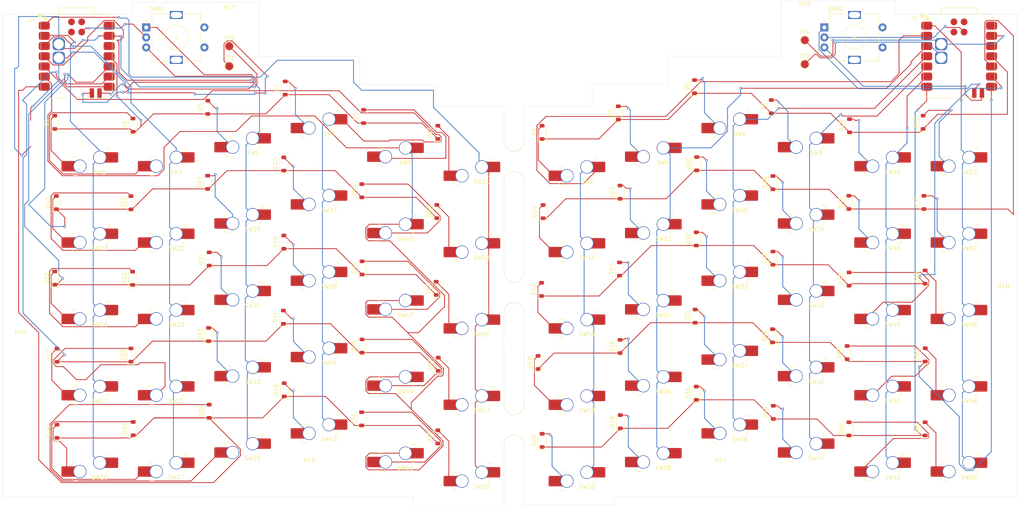
<source format=kicad_pcb>
(kicad_pcb (version 20241229) (generator "pcbnew") (generator_version "9.0")
  (layers (0 "F.Cu" signal) (2 "B.Cu" signal) (13 "F.Paste" user) (15 "B.Paste" user) (5 "F.SilkS" user "F.Silkscreen") (7 "B.SilkS" user "B.Silkscreen") (1 "F.Mask" user) (3 "B.Mask" user) (25 "Edge.Cuts" user))
  (net 0 "")
  (net 1 "Net-(D1-A)")
  (net 2 "/left/row0")
  (net 3 "Net-(D2-A)")
  (net 4 "/right/row0")
  (net 5 "Net-(D3-A)")
  (net 6 "Net-(D4-A)")
  (net 7 "Net-(D5-A)")
  (net 8 "Net-(D6-A)")
  (net 9 "Net-(D7-A)")
  (net 10 "Net-(D8-A)")
  (net 11 "Net-(D9-A)")
  (net 12 "Net-(D10-A)")
  (net 13 "Net-(D11-A)")
  (net 14 "Net-(D12-A)")
  (net 15 "/left/row1")
  (net 16 "Net-(D13-A)")
  (net 17 "/right/row1")
  (net 18 "Net-(D14-A)")
  (net 19 "/left/row2")
  (net 20 "Net-(D15-A)")
  (net 21 "/right/row2")
  (net 22 "Net-(D16-A)")
  (net 23 "/left/row3")
  (net 24 "Net-(D17-A)")
  (net 25 "Net-(D18-A)")
  (net 26 "/right/row3")
  (net 27 "Net-(D19-A)")
  (net 28 "/left/row4")
  (net 29 "Net-(D20-A)")
  (net 30 "/right/row4")
  (net 31 "Net-(D21-A)")
  (net 32 "Net-(D22-A)")
  (net 33 "Net-(D23-A)")
  (net 34 "Net-(D24-A)")
  (net 35 "Net-(D25-A)")
  (net 36 "Net-(D26-A)")
  (net 37 "Net-(D27-A)")
  (net 38 "Net-(D28-A)")
  (net 39 "Net-(D29-A)")
  (net 40 "Net-(D30-A)")
  (net 41 "Net-(D31-A)")
  (net 42 "Net-(D32-A)")
  (net 43 "Net-(D33-A)")
  (net 44 "Net-(D34-A)")
  (net 45 "Net-(D35-A)")
  (net 46 "Net-(D36-A)")
  (net 47 "Net-(D37-A)")
  (net 48 "Net-(D38-A)")
  (net 49 "Net-(D39-A)")
  (net 50 "Net-(D40-A)")
  (net 51 "Net-(D41-A)")
  (net 52 "Net-(D42-A)")
  (net 53 "Net-(D43-A)")
  (net 54 "Net-(D44-A)")
  (net 55 "Net-(D45-A)")
  (net 56 "Net-(D46-A)")
  (net 57 "Net-(D47-A)")
  (net 58 "Net-(D48-A)")
  (net 59 "Net-(D49-A)")
  (net 60 "Net-(D50-A)")
  (net 61 "Net-(D51-A)")
  (net 62 "Net-(D52-A)")
  (net 63 "Net-(D53-A)")
  (net 64 "Net-(D54-A)")
  (net 65 "Net-(D55-A)")
  (net 66 "Net-(D56-A)")
  (net 67 "Net-(D57-A)")
  (net 68 "Net-(D58-A)")
  (net 69 "Net-(D59-A)")
  (net 70 "Net-(D60-A)")
  (net 71 "/left/col0")
  (net 72 "/right/col0")
  (net 73 "/left/col1")
  (net 74 "/right/col1")
  (net 75 "/left/col2")
  (net 76 "/right/col2")
  (net 77 "/left/col3")
  (net 78 "/right/col3")
  (net 79 "/left/col4")
  (net 80 "/right/col4")
  (net 81 "/left/col5")
  (net 82 "/right/col5")
  (net 83 "/left/vbat")
  (net 84 "/right/vbat")
  (net 85 "GND")
  (net 87 "Net-(U1-NFC2)")
  (net 88 "Net-(U1-NFC1)")
  (net 92 "Net-(SW61-PadC)")
  (net 95 "Net-(U2-NFC2)")
  (net 97 "Net-(SW62-PadC)")
  (net 99 "Net-(U2-NFC1)")
  (footprint "Diode_SMD:D_SOD-123" (layer "F.Cu") (at 237 121.5 90)
    (property "Reference" "D52")
    (property "Value" "D")
  )
  (footprint "Diode_SMD:D_SOD-123" (layer "F.Cu") (at 96.10625 55.4 90)
    (property "Reference" "D37")
    (property "Value" "D")
  )
  (footprint "Rotary_Encoder:RotaryEncoder_Alps_EC11E-Switch_Vertical_H20mm" (layer "F.Cu") (at 61.80625 21.3125)
    (property "Reference" "SW61")
    (property "Value" "RotaryEncoder")
  )
  (footprint "Diode_SMD:D_SOD-123" (layer "F.Cu") (at 160.75 67.28125 90)
    (property "Reference" "D14")
    (property "Value" "D")
  )
  (footprint "Diode_SMD:D_SOD-123" (layer "F.Cu") (at 96.20625 111.74375 90)
    (property "Reference" "D43")
    (property "Value" "D")
  )
  (footprint "MountingHole:MountingHole_2.2mm_M2" (layer "F.Cu") (at 275.5 89)
    (property "Reference" "H18")
    (property "Value" "MountingHole")
  )
  (footprint "Diode_SMD:D_SOD-123" (layer "F.Cu") (at 58.5 45.7125 90)
    (property "Reference" "D3")
    (property "Value" "D")
  )
  (footprint "MountingHole:MountingHole_2.2mm_M2" (layer "F.Cu") (at 82.5 19.5)
    (property "Reference" "H17")
    (property "Value" "MountingHole")
  )
  (footprint "TestPoint:TestPoint_Pad_D2.0mm" (layer "F.Cu") (at 226 30.5)
    (property "Reference" "TP2")
    (property "Value" "TestPoint")
  )
  (footprint "Diode_SMD:D_SOD-123" (layer "F.Cu") (at 77.15625 41.25625 90)
    (property "Reference" "D5")
    (property "Value" "D")
  )
  (footprint "PCM_marbastlib-choc:SW_choc_v1_HS_CPG135001S30_1u" (layer "F.Cu") (at 83.34375 121.44375)
    (property "Reference" "SW35")
    (property "Value" "SW_Push")
  )
  (footprint "Diode_SMD:D_SOD-123" (layer "F.Cu") (at 236.99375 64.98125 90)
    (property "Reference" "D46")
    (property "Value" "D")
  )
  (footprint "Diode_SMD:D_SOD-123" (layer "F.Cu") (at 236.54375 102.475 90)
    (property "Reference" "D50")
    (property "Value" "D")
  )
  (footprint "PCM_marbastlib-choc:SW_choc_v1_HS_CPG135001S30_1u" (layer "F.Cu") (at 64.29375 69.05625)
    (property "Reference" "SW21")
    (property "Value" "SW_Push")
  )
  (footprint "panelization:mouse-bite-5mm-slot" (layer "F.Cu") (at 153.5 54.75 90)
    (property "Reference" "H5" (hide yes))
    (property "Value" "MountingHole" (hide yes))
  )
  (footprint "PCM_marbastlib-choc:SW_choc_v1_HS_CPG135001S30_1u" (layer "F.Cu") (at 261.9375 107.15625)
    (property "Reference" "SW58")
    (property "Value" "SW_Push")
  )
  (footprint "Diode_SMD:D_SOD-123" (layer "F.Cu") (at 179.94375 100.93125 90)
    (property "Reference" "D26")
    (property "Value" "D")
  )
  (footprint "PCM_marbastlib-choc:SW_choc_v1_HS_CPG135001S30_1u" (layer "F.Cu") (at 261.9375 69.05625)
    (property "Reference" "SW54")
    (property "Value" "SW_Push")
  )
  (footprint "PCM_marbastlib-choc:SW_choc_v1_HS_CPG135001S30_1u" (layer "F.Cu") (at 102.39375 40.48125)
    (property "Reference" "SW7")
    (property "Value" "SW_Push")
  )
  (footprint "modified:modified-XIAO-nRF52840-SMD" (layer "F.Cu") (at 44.5 28.5)
    (property "Reference" "U1")
    (property "Value" "XIAO-nRF52840-SMD")
  )
  (footprint "Diode_SMD:D_SOD-123" (layer "F.Cu") (at 160.5 47.5 90)
    (property "Reference" "D2")
    (property "Value" "D")
  )
  (footprint "Diode_SMD:D_SOD-123" (layer "F.Cu") (at 77.50625 117.1 90)
    (property "Reference" "D35")
    (property "Value" "D")
  )
  (footprint "PCM_marbastlib-choc:SW_choc_v1_HS_CPG135001S30_1u" (layer "F.Cu") (at 45.24375 107.15625)
    (property "Reference" "SW17")
    (property "Value" "SW_Push")
  )
  (footprint "PCM_marbastlib-choc:SW_choc_v1_HS_CPG135001S30_1u" (layer "F.Cu") (at 64.29375 88.10625)
    (property "Reference" "SW23")
    (property "Value" "SW_Push")
  )
  (footprint "Diode_SMD:D_SOD-123" (layer "F.Cu") (at 237.04375 84.125 90)
    (property "Reference" "D48")
    (property "Value" "D")
  )
  (footprint "TestPoint:TestPoint_Pad_D2.0mm" (layer "F.Cu") (at 226 24.5)
    (property "Reference" "TP4")
    (property "Value" "TestPoint")
  )
  (footprint "PCM_marbastlib-choc:SW_choc_v1_HS_CPG135001S30_1u" (layer "F.Cu") (at 204.7875 78.58125)
    (property "Reference" "SW32")
    (property "Value" "SW_Push")
  )
  (footprint "PCM_marbastlib-choc:SW_choc_v1_HS_CPG135001S30_1u" (layer "F.Cu") (at 223.8375 64.29375)
    (property "Reference" "SW38")
    (property "Value" "SW_Push")
  )
  (footprint "Diode_SMD:D_SOD-123" (layer "F.Cu") (at 96.10625 74.9 90)
    (property "Reference" "D39")
    (property "Value" "D")
  )
  (footprint "PCM_marbastlib-choc:SW_choc_v1_HS_CPG135001S30_1u" (layer "F.Cu") (at 185.7375 104.775)
    (property "Reference" "SW26")
    (property "Value" "SW_Push")
  )
  (footprint "PCM_marbastlib-choc:SW_choc_v1_HS_CPG135001S30_1u" (layer "F.Cu") (at 261.9375 88.10625)
    (property "Reference" "SW56")
    (property "Value" "SW_Push")
  )
  (footprint "Diode_SMD:D_SOD-123" (layer "F.Cu") (at 96.45 36.44375 90)
    (property "Reference" "D7")
    (property "Value" "D")
  )
  (footprint "Diode_SMD:D_SOD-123" (layer "F.Cu") (at 160.35 86.69375 90)
    (property "Reference" "D16")
    (property "Value" "D")
  )
  (footprint "Diode_SMD:D_SOD-123" (layer "F.Cu") (at 218.04375 60.05 90)
    (property "Reference" "D38")
    (property "Value" "D")
  )
  (footprint "Diode_SMD:D_SOD-123" (layer "F.Cu") (at 39.55625 103.11875 90)
    (property "Reference" "D17")
    (property "Value" "D")
  )
  (footprint "PCM_marbastlib-choc:SW_choc_v1_HS_CPG135001S30_1u" (layer "F.Cu") (at 185.7375 85.725)
    (property "Reference" "SW24")
    (property "Value" "SW_Push")
  )
  (footprint "Diode_SMD:D_SOD-123" (layer "F.Cu") (at 134.5 123.5 90)
    (property "Reference" "D59")
    (property "Value" "D")
  )
  (footprint "PCM_marbastlib-choc:SW_choc_v1_HS_CPG135001S30_1u" (layer "F.Cu") (at 64.29375 107.15625)
    (property "Reference" "SW25")
    (property "Value" "SW_Push")
  )
  (footprint "PCM_marbastlib-choc:SW_choc_v1_HS_CPG135001S30_1u" (layer "F.Cu") (at 166.6875 52.3875)
    (property "Reference" "SW2")
    (property "Value" "SW_Push")
  )
  (footprint "Diode_SMD:D_SOD-123" (layer "F.Cu") (at 179.5 42.65 90)
    (property "Reference" "D4")
    (property "Value" "D")
  )
  (footprint "PCM_marbastlib-choc:SW_choc_v1_HS_CPG135001S30_1u" (layer "F.Cu") (at 185.7375 123.825)
    (property "Reference" "SW28")
    (property "Value" "SW_Push")
  )
  (footprint "PCM_marbastlib-choc:SW_choc_v1_HS_CPG135001S30_1u" (layer "F.Cu") (at 166.6875 71.4375)
    (property "Reference" "SW14")
    (property "Value" "SW_Push")
  )
  (footprint "PCM_marbastlib-choc:SW_choc_v1_HS_CPG135001S30_1u" (layer "F.Cu") (at 102.39375 59.53125)
    (property "Reference" "SW37")
    (property "Value" "SW_Push")
  )
  (footprint "PCM_marbastlib-choc:SW_choc_v1_HS_CPG135001S30_1u" (layer "F.Cu") (at 242.8875 88.10625)
    (property "Reference" "SW48")
    (property "Value" "SW_Push")
  )
  (footprint "Diode_SMD:D_SOD-123" (layer "F.Cu") (at 77.35 97.95625 90)
    (property "Reference" "D33")
    (property "Value" "D")
  )
  (footprint "Diode_SMD:D_SOD-123" (layer "F.Cu") (at 115.5 119 90)
    (property "Reference" "D51")
    (property "Value" "D")
  )
  (footprint "Diode_SMD:D_SOD-123" (layer "F.Cu") (at 77.10625 59.96875 90)
    (property "Reference" "D29")
    (property "Value" "D")
  )
  (footprint "PCM_marbastlib-choc:SW_choc_v1_HS_CPG135001S30_1u" (layer "F.Cu") (at 140.49375 128.5875)
    (property "Reference" "SW59")
    (property "Value" "SW_Push")
  )
  (footprint "Diode_SMD:D_SOD-123" (layer "F.Cu") (at 179.94375 62.43125 90)
    (property "Reference" "D22")
    (property "Value" "D")
  )
  (footprint "PCM_marbastlib-choc:SW_choc_v1_HS_CPG135001S30_1u" (layer "F.Cu") (at 102.39375 116.68125)
    (property "Reference" "SW43")
    (property "Value" "SW_Push")
  )
  (footprint "Diode_SMD:D_SOD-123" (layer "F.Cu") (at 198.94375 74.1 90)
    (property "Reference" "D32")
    (property "Value" "D")
  )
  (footprint "PCM_marbastlib-choc:SW_choc_v1_HS_CPG135001S30_1u" (layer "F.Cu") (at 45.24375 50.00625)
    (property "Reference" "SW1")
    (property "Value" "SW_Push")
  )
  (footprint "Diode_SMD:D_SOD-123" (layer "F.Cu") (at 115.55625 62.06875 90)
    (property "Reference" "D45")
    (property "Value" "D")
  )
  (footprint "TestPoint:TestPoint_Pad_D2.0mm" (layer "F.Cu") (at 82.5 26)
    (property "Reference" "TP3")
    (property "Value" "TestPoint")
  )
  (footprint "PCM_marbastlib-choc:SW_choc_v1_HS_CPG135001S30_1u" (layer "F.Cu") (at 166.6875 128.5875)
    (property "Reference" "SW20")
    (property "Value" "SW_Push")
  )
  (footprint "MountingHole:MountingHole_2.2mm_M2" (layer "F.Cu") (at 30.5 100.5)
    (property "Reference" "H19")
    (property "Value" "MountingHole")
  )
  (footprint "PCM_marbastlib-choc:SW_choc_v1_HS_CPG135001S30_1u" (layer "F.Cu") (at 223.8375 45.24375)
    (property "Reference" "SW8")
    (property "Value" "SW_Push")
  )
  (footprint "Diode_SMD:D_SOD-123" (layer "F.Cu") (at 58.55625 121.43125 90)
    (property "Reference" "D27")
    (property "Value" "D")
  )
  (footprint "Diode_SMD:D_SOD-123" (layer "F.Cu") (at 237.14375 45.85 90)
    (property "Reference" "D10")
    (property "Value" "D")
  )
  (footprint "Diode_SMD:D_SOD-123" (layer "F.Cu") (at 255.69375 65 90)
    (property "Reference" "D54")
    (property "Value" "D")
  )
  (footprint "PCM_marbastlib-choc:SW_choc_v1_HS_CPG135001S30_1u" (layer "F.Cu") (at 121.44375 123.825)
    (property "Reference" "SW51")
    (property "Value" "SW_Push")
  )
  (footprint "PCM_marbastlib-choc:SW_choc_v1_HS_CPG135001S30_1u" (layer "F.Cu") (at 140.49375 90.4875)
    (property "Reference" "SW55")
    (property "Value" "SW_Push")
  )
  (footprint "Diode_SMD:D_SOD-123" (layer "F.Cu") (at 134.25625 67.2625 90)
    (property "Reference" "D53")
    (property "Value" "D")
  )
  (footprint "Diode_SMD:D_SOD-123" (layer "F.Cu") (at 115.60625 100.83125 90)
    (property "Reference" "D49")
    (property "Value" "D")
  )
  (footprint "Diode_SMD:D_SOD-123" (layer "F.Cu") (at 58.4 83.93125 90)
    (property "Reference" "D23")
    (property "Value" "D")
  )
  (footprint "Diode_SMD:D_SOD-123" (layer "F.Cu") (at 159.49375 104.93125 90)
    (property "Reference" "D18")
    (property "Value" "D")
  )
  (footprint "PCM_marbastlib-choc:SW_choc_v1_HS_CPG135001S30_1u" (layer "F.Cu") (at 185.7375 47.625)
    (property "Reference" "SW4")
    (property "Value" "SW_Push")
  )
  (footprint "PCM_marbastlib-choc:SW_choc_v1_HS_CPG135001S30_1u" (layer "F.Cu") (at 166.6875 90.4875)
    (property "Reference" "SW16")
    (property "Value" "SW_Push")
  )
  (footprint "PCM_marbastlib-choc:SW_choc_v1_HS_CPG135001S30_1u" (layer "F.Cu") (at 45.24375 88.10625)
    (property "Reference" "SW15")
    (property "Value" "SW_Push")
  )
  (footprint "Diode_SMD:D_SOD-123" (layer "F.Cu") (at 217.94375 98.26875 90)
    (property "Reference" "D42")
    (property "Value" "D")
  )
  (footprint "PCM_marbastlib-choc:SW_choc_v1_HS_CPG135001S30_1u" (layer "F.Cu") (at 102.39375 78.58125)
    (property "Reference" "SW39")
    (property "Value" "SW_Push")
  )
  (footprint "Diode_SMD:D_SOD-123" (layer "F.Cu") (at 198.94375 112.6 90)
    (property "Reference" "D36")
    (property "Value" "D")
  )
  (footprint "Diode_SMD:D_SOD-123" (layer "F.Cu") (at 218.14375 117.3875 90)
    (property "Reference" "D44")
    (property "Value" "D")
  )
  (footprint "Diode_SMD:D_SOD-123" (layer "F.Cu") (at 256.04375 103.03125 90)
    (property "Reference" "D58")
    (property "Value" "D")
  )
  (footprint "PCM_marbastlib-choc:SW_choc_v1_HS_CPG135001S30_1u" (layer "F.Cu") (at 223.8375 83.34375)
    (property "Reference" "SW40")
    (property "Value" "SW_Push")
  )
  (footprint "PCM_marbastlib-choc:SW_choc_v1_HS_CPG135001S30_1u" (layer "F.Cu") (at 204.7875 40.48125)
    (property "Reference" "SW6")
    (property "Value" "SW_Push")
  )
  (footprint "Diode_SMD:D_SOD-123" (layer "F.Cu") (at 39.00625 83.88125 90)
    (property "Reference" "D15")
    (property "Value" "D")
  )
  (footprint "Diode_SMD:D_SOD-123" (layer "F.Cu") (at 217.64375 41.0875 90)
    (property "Reference" "D8")
    (property "Value" "D")
  )
  (footprint "Diode_SMD:D_SOD-123" (layer "F.Cu") (at 115.60625 81.33125 90)
    (property "Reference" "D47")
    (property "Value" "D")
  )
  (footprint "PCM_marbastlib-choc:SW_choc_v1_HS_CPG135001S30_1u" (layer "F.Cu") (at 45.24375 69.05625)
    (property "Reference" "SW13")
    (property "Value" "SW_Push")
  )
  (footprint "PCM_marbastlib-choc:SW_choc_v1_HS_CPG135001S30_1u" (layer "F.Cu") (at 242.8875 69.05625)
    (property "Reference" "SW46")
    (property "Value" "SW_Push")
  )
  (footprint "Diode_SMD:D_SOD-123" (layer "F.Cu") (at 255.99375 83.61875 90)
    (property "Reference" "D56")
    (property "Value" "D")
  )
  (footprint "Diode_SMD:D_SOD-123" (layer "F.Cu") (at 218.04375 78.9 90)
    (property "Reference" "D40")
    (property "Value" "D")
  )
  (footprint "PCM_marbastlib-choc:SW_choc_v1_HS_CPG135001S30_1u" (layer "F.Cu") (at 140.49375 52.3875)
    (property "Reference" "SW11")
    (property "Value" "SW_Push")
  )
  (footprint "MountingHole:MountingHole_2.2mm_M2" (layer "F.Cu") (at 226 18.5)
    (property "Reference" "H16")
    (property "Value" "MountingHole")
  )
  (footprint "PCM_marbastlib-choc:SW_choc_v1_HS_CPG135001S30_1u" (layer "F.Cu") (at 204.7875 98.26875)
    (property "Reference" "SW34")
    (property "Value" "SW_Push")
  )
  (footprint "PCM_marbastlib-choc:SW_choc_v1_HS_CPG135001S30_1u" (layer "F.Cu") (at 166.6875 109.5375)
    (property "Reference" "SW18")
    (property "Value" "SW_Push")
  )
  (footprint "PCM_marbastlib-choc:SW_choc_v1_HS_CPG135001S30_1u" (layer "F.Cu") (at 223.8375 121.44375)
    (property "Reference" "SW44")
    (property "Value" "SW_Push")
  )
  (footprint "PCM_marbastlib-choc:SW_choc_v1_HS_CPG135001S30_1u" (layer "F.Cu") (at 140.49375 71.4375)
    (property "Reference" "SW53")
    (property "Value" "SW_Push")
  )
  (footprint "PCM_marbastlib-choc:SW_choc_v1_HS_CPG135001S30_1u" (layer "F.Cu") (at 261.9375 126.20625)
    (property "Reference" "SW60")
    (property "Value" "SW_Push")
  )
  (footprint "PCM_marbastlib-choc:SW_choc_v1_HS_CPG135001S30_1u" (layer "F.Cu") (at 140.49375 109.5375)
    (property "Reference" "SW57")
    (property "Value" "SW_Push")
  )
  (footprint "Diode_SMD:D_SOD-123" (layer "F.Cu") (at 160.49375 124.38125 90)
    (property "Reference" "D20")
    (property "Value" "D")
  )
  (footprint "PCM_marbastlib-choc:SW_choc_v1_HS_CPG135001S30_1u" (layer "F.Cu") (at 83.34375 102.39375)
    (property "Reference" "SW33")
    (property "Value" "SW_Push")
  )
  (footprint "Diode_SMD:D_SOD-123" (layer "F.Cu") (at 134.60625 105.38125 90)
    (property "Reference" "D57")
    (property "Value" "D")
  )
  (footprint "Diode_SMD:D_SOD-123" (layer "F.Cu") (at 58.00625 103.075 90)
    (property "Reference" "D25")
    (property "Value" "D")
  )
  (footprint "PCM_marbastlib-choc:SW_choc_v1_HS_CPG135001S30_1u" (layer "F.Cu") (at 121.44375 47.625)
    (property "Reference" "SW9")
    (property "Value" "SW_Push")
  )
  (footprint "PCM_marbastlib-choc:SW_choc_v1_HS_CPG135001S30_1u" (layer "F.Cu") (at 185.7375 66.675)
    (property "Reference" "SW22")
    (property "Value" "SW_Push")
  )
  (footprint "MountingHole:MountingHole_2.2mm_M2" (layer "F.Cu") (at 205 132.5)
    (property "Reference" "H14")
    (property "Value" "MountingHole")
  )
  (footprint "PCM_marbastlib-choc:SW_choc_v1_HS_CPG135001S30_1u" (layer "F.Cu") (at 121.44375 85.725)
    (property "Reference" "SW47")
    (property "Value" "SW_Push")
  )
  (footprint "PCM_marbastlib-choc:SW_choc_v1_HS_CPG135001S30_1u" (layer "F.Cu") (at 242.8875 126.20625)
    (property "Reference" "SW52")
    (property "Value" "SW_Push")
  )
  (footprint "PCM_marbastlib-choc:SW_choc_v1_HS_CPG135001S30_1u" (layer "F.Cu") (at 204.7875 116.68125)
    (property "Reference" "SW36")
    (property "Value" "SW_Push")
  )
  (footprint "MountingHole:MountingHole_2.2mm_M2" (layer "F.Cu") (at 102.5 132.5)
    (property "Reference" "H15")
    (property "Value" "MountingHole")
  )
  (footprint "Diode_SMD:D_SOD-123" (layer "F.Cu") (at 199.04375 55.325 90)
    (property "Reference" "D30")
    (property "Value" "D")
  )
  (footprint "PCM_marbastlib-choc:SW_choc_v1_HS_CPG135001S30_1u" (layer "F.Cu") (at 83.34375 64.29375)
    (property "Reference" "SW29")
    (property "Value" "SW_Push")
  )
  (footprint "Diode_SMD:D_SOD-123" (layer "F.Cu") (at 39.55625 122.11875 90)
    (property "Reference" "D19")
    (property "Value" "D")
  )
  (footprint "PCM_marbastlib-choc:SW_choc_v1_HS_CPG135001S30_1u" (layer "F.Cu") (at 121.44375 104.775)
    (property "Reference" "SW49")
    (property "Value" "SW_Push")
  )
  (footprint "panelization:mouse-bite-5mm-slot" (layer "F.Cu") (at 153.5 120.5 90)
    (property "Reference" "H1" (hide yes))
    (property "Value" "MountingHole" (hide yes))
  )
  (footprint "Diode_SMD:D_SOD-123" (layer "F.Cu") (at 39.4 65.025 90)
    (property "Reference" "D13")
    (property "Value" "D")
  )
  (footprint "PCM_marbastlib-choc:SW_choc_v1_HS_CPG135001S30_1u" (layer "F.Cu") (at 242.8875 107.15625)
    (property "Reference" "SW50")
    (property "Value" "SW_Push")
  )
  (footprint "Diode_SMD:D_SOD-123" (layer "F.Cu") (at 96.00625 93.625 90)
    (property "Reference" "D41")
    (property "Value" "D")
  )
  (footprint "Rotary_Encoder:RotaryEncoder_Alps_EC11E-Switch_Vertical_H20mm" (layer "F.Cu") (at 230.875 21.3125)
    (property "Reference" "SW62")
    (property "Value" "RotaryEncoder")
  )
  (footprint "PCM_marbastlib-choc:SW_choc_v1_HS_CPG135001S30_1u" (layer "F.Cu") (at 102.39375 97.63125)
    (property "Reference" "SW41")
    (property "Value" "SW_Push")
  )
  (footprint "Diode_SMD:D_SOD-123" (layer "F.Cu") (at 39 45 90)
    (property "Reference" "D1")
    (property "Value" "D")
  )
  (footprint "PCM_marbastlib-choc:SW_choc_v1_HS_CPG135001S30_1u" (layer "F.Cu") (at 121.44375 66.675)
    (property "Reference" "SW45")
    (property "Value" "SW_Push")
  )
  (footprint "PCM_marbastlib-choc:SW_choc_v1_HS_CPG135001S30_1u" (layer "F.Cu") (at 242.8875 50.00625)
    (property "Reference" "SW10")
    (property "Value" "SW_Push")
  )
  (footprint "Diode_SMD:D_SOD-123" (layer "F.Cu") (at 77.50625 79.1 90)
    (property "Reference" "D31")
    (property "Value" "D")
  )
  (footprint "Diode_SMD:D_SOD-123" (layer "F.Cu") (at 116 43.5375 90)
    (property "Reference" "D9")
    (property "Value" "D")
  )
  (footprint "PCM_marbastlib-choc:SW_choc_v1_HS_CPG135001S30_1u" (layer "F.Cu") (at 45.24375 126.20625)
    (property "Reference" "SW19")
    (property "Value" "SW_Push")
  )
  (footprint "PCM_marbastlib-choc:SW_choc_v1_HS_CPG135001S30_1u" (layer "F.Cu") (at 223.8375 102.39375)
    (property "Reference" "SW42")
    (property "Value" "SW_Push")
  )
  (footprint "PCM_marbastlib-choc:SW_choc_v1_HS_CPG135001S30_1u" (layer "F.Cu") (at 204.7875 59.53125)
    (property "Reference" "SW30")
    (property "Value" "SW_Push")
  )
  (footprint "Diode_SMD:D_SOD-123" (layer "F.Cu") (at 179.8 81.61875 90)
    (property "Reference" "D24")
    (property "Value" "D")
  )
  (footprint "Diode_SMD:D_SOD-123" (layer "F.Cu") (at 198.5 36.1 90)
    (property "Reference" "D6")
    (property "Value" "D")
  )
  (footprint "Diode_SMD:D_SOD-123" (layer "F.Cu") (at 198.65625 93.36875 90)
    (property "Reference" "D34")
    (property "Value" "D")
  )
  (footprint "PCM_marbastlib-choc:SW_choc_v1_HS_CPG135001S30_1u" (layer "F.Cu") (at 83.34375 45.24375)
    (property "Reference" "SW5")
    (property "Value" "SW_Push")
  )
  (footprint "PCM_marbastlib-choc:SW_choc_v1_HS_CPG135001S30_1u" (layer "F.Cu") (at 64.29375 50.00625)
    (property "Reference" "SW3")
    (property "Value" "SW_Push")
  )
  (footprint "PCM_marbastlib-choc:SW_choc_v1_HS_CPG135001S30_1u" (layer "F.Cu") (at 261.9375 50.00625)
    (property "Reference" "SW12")
    (property "Value" "SW_Push")
  )
  (footprint "Diode_SMD:D_SOD-123" (layer "F.Cu") (at 58.00625 65.075 90)
    (property "Reference" "D21")
    (property "Value" "D")
  )
  (footprint "PCM_marbastlib-choc:SW_choc_v1_HS_CPG135001S30_1u" (layer "F.Cu") (at 83.34375 83.34375)
    (property "Reference" "SW31")
    (property "Value" "SW_Push")
  )
  (footprint "Diode_SMD:D_SOD-123" (layer "F.Cu") (at 255.5 45 90)
    (property "Reference" "D12")
    (property "Value" "D")
  )
  (footprint "Diode_SMD:D_SOD-123" (layer "F.Cu") (at 134.5 47.5 90)
    (property "Reference" "D11")
    (property "Value" "D")
  )
  (footprint "PCM_marbastlib-choc:SW_choc_v1_HS_CPG135001S30_1u" (layer "F.Cu") (at 64.29375 126.20625)
    (property "Reference" "SW27")
    (property "Value" "SW_Push")
  )
  (footprint "Diode_SMD:D_SOD-123" (layer "F.Cu") (at 134.10625 86.43125 90)
    (property "Reference" "D55")
    (property "Value" "D")
  )
  (footprint "TestPoint:TestPoint_Pad_D2.0mm" (layer "F.Cu") (at 82.5 31)
    (property "Reference" "TP1")
    (property "Value" "TestPoint")
  )
  (footprint "Diode_SMD:D_SOD-123" (layer "F.Cu") (at 256 121.5 90)
    (property "Reference" "D60")
    (property "Value" "D")
  )
  (footprint "Diode_SMD:D_SOD-123" (layer "F.Cu") (at 179.99375 119.71875 90)
    (property "Reference" "D28")
    (property "Value" "D")
  )
  (footprint "panelization:mouse-bite-5mm-slot" (layer "F.Cu") (at 153.5 87.5 90)
    (property "Reference" "H3" (hide yes))
    (property "Value" "MountingHole" (hide yes))
  )
  (footprint "modified:modified-XIAO-nRF52840-SMD" (layer "F.Cu") (at 264.5 28.5)
    (property "Reference" "U2")
    (property "Value" "XIAO-nRF52840-SMD")
  )
  (gr_arc (start 156 49.75) (mid 153.5 52.25) (end 151.000002 49.747815) (stroke (width 0.05)) (layer "Edge.Cuts"))
  (gr_line (start 58.5 15) (end 58.5 18) (stroke (width 0.05)) (layer "Edge.Cuts"))
  (gr_line (start 192 28.5) (end 192 35.5) (stroke (width 0.05)) (layer "Edge.Cuts"))
  (gr_line (start 251.5 18) (end 248.5 18) (stroke (width 0.05)) (layer "Edge.Cuts"))
  (gr_line (start 134.00765 41) (end 134.00765 40.127646) (stroke (width 0.05)) (layer "Edge.Cuts"))
  (gr_line (start 217 28.5) (end 192 28.5) (stroke (width 0.05)) (layer "Edge.Cuts"))
  (gr_line (start 26 18) (end 26 138.5) (stroke (width 0.05)) (layer "Edge.Cuts"))
  (gr_line (start 151.007649 41) (end 148.99235 41) (stroke (width 0.05)) (layer "Edge.Cuts"))
  (gr_line (start 227 14.5) (end 248.5 14.5) (stroke (width 0.05)) (layer "Edge.Cuts"))
  (gr_line (start 279 136) (end 279 138.5) (stroke (width 0.05)) (layer "Edge.Cuts"))
  (gr_line (start 220 28.5) (end 217 28.5) (stroke (width 0.05)) (layer "Edge.Cuts"))
  (gr_arc (start 151 125.5) (mid 153.5 123) (end 156 125.5) (stroke (width 0.05)) (layer "Edge.Cuts"))
  (gr_line (start 279 138.5) (end 178.5 138.5) (stroke (width 0.05)) (layer "Edge.Cuts"))
  (gr_line (start 192 35.5) (end 173 35.5) (stroke (width 0.05)) (layer "Edge.Cuts"))
  (gr_line (start 151 115.499596) (end 151.003742 92.363265) (stroke (width 0.05)) (layer "Edge.Cuts"))
  (gr_line (start 151 59.75049) (end 151.004463 82.50049) (stroke (width 0.05)) (layer "Edge.Cuts"))
  (gr_line (start 155.995537 82.5) (end 156 82.5) (stroke (width 0.05)) (layer "Edge.Cuts"))
  (gr_line (start 178.5 138.5) (end 178.5 140.5) (stroke (width 0.05)) (layer "Edge.Cuts"))
  (gr_arc (start 151 59.75049) (mid 153.5 57.25) (end 156 59.75) (stroke (width 0.05)) (layer "Edge.Cuts"))
  (gr_line (start 128.5 138.5) (end 128.5 141) (stroke (width 0.05)) (layer "Edge.Cuts"))
  (gr_line (start 151 141) (end 151 125.5) (stroke (width 0.05)) (layer "Edge.Cuts"))
  (gr_line (start 115.00765 35.627646) (end 134.00765 35.627646) (stroke (width 0.05)) (layer "Edge.Cuts"))
  (gr_line (start 227 14.5) (end 220 14.5) (stroke (width 0.05)) (layer "Edge.Cuts"))
  (gr_line (start 128.5 141) (end 151 141) (stroke (width 0.05)) (layer "Edge.Cuts"))
  (gr_line (start 156 82.5) (end 156 59.75) (stroke (width 0.05)) (layer "Edge.Cuts"))
  (gr_line (start 115.00765 28.627646) (end 115.00765 35.627646) (stroke (width 0.05)) (layer "Edge.Cuts"))
  (gr_line (start 151.007649 41) (end 151.000002 49.747815) (stroke (width 0.05)) (layer "Edge.Cuts"))
  (gr_line (start 220 14.5) (end 220 28.5) (stroke (width 0.05)) (layer "Edge.Cuts"))
  (gr_line (start 90 15) (end 90.00765 28.627646) (stroke (width 0.05)) (layer "Edge.Cuts"))
  (gr_arc (start 151.003742 92.363265) (mid 153.5 90) (end 156 92.5) (stroke (width 0.05)) (layer "Edge.Cuts"))
  (gr_line (start 156 41) (end 173 41) (stroke (width 0.05)) (layer "Edge.Cuts"))
  (gr_line (start 148.99235 41) (end 134.00765 41) (stroke (width 0.05)) (layer "Edge.Cuts"))
  (gr_line (start 279 136) (end 279 18) (stroke (width 0.05)) (layer "Edge.Cuts"))
  (gr_line (start 58.5 18) (end 29.5 18) (stroke (width 0.05)) (layer "Edge.Cuts"))
  (gr_line (start 80 15) (end 58.5 15) (stroke (width 0.05)) (layer "Edge.Cuts"))
  (gr_line (start 248.5 14.5) (end 248.5 18) (stroke (width 0.05)) (layer "Edge.Cuts"))
  (gr_line (start 156 41) (end 156 49.75) (stroke (width 0.05)) (layer "Edge.Cuts"))
  (gr_arc (start 155.995537 82.5) (mid 153.5 84.995537) (end 151.004463 82.50049) (stroke (width 0.05)) (layer "Edge.Cuts"))
  (gr_line (start 90.00765 28.627646) (end 115.00765 28.627646) (stroke (width 0.05)) (layer "Edge.Cuts"))
  (gr_line (start 26 138.5) (end 128.5 138.5) (stroke (width 0.05)) (layer "Edge.Cuts"))
  (gr_line (start 173 41) (end 173 35.5) (stroke (width 0.05)) (layer "Edge.Cuts"))
  (gr_line (start 156 92.5) (end 156 115.5) (stroke (width 0.05)) (layer "Edge.Cuts"))
  (gr_arc (start 156 115.5) (mid 153.5 118) (end 151 115.499596) (stroke (width 0.05)) (layer "Edge.Cuts"))
  (gr_line (start 29.5 18) (end 26 18) (stroke (width 0.05)) (layer "Edge.Cuts"))
  (gr_line (start 156 140.5) (end 178.5 140.5) (stroke (width 0.05)) (layer "Edge.Cuts"))
  (gr_line (start 80 15) (end 90 15) (stroke (width 0.05)) (layer "Edge.Cuts"))
  (gr_line (start 156 140.5) (end 156 125.5) (stroke (width 0.05)) (layer "Edge.Cuts"))
  (gr_line (start 279 18) (end 251.5 18) (stroke (width 0.05)) (layer "Edge.Cuts"))
  (gr_line (start 134.00765 35.627646) (end 134.00765 40.127646) (stroke (width 0.05)) (layer "Edge.Cuts"))
  (segment (start 38.099 44.251) (end 38.099 52.0565) (width 0.2) (layer "F.Cu") (net 1))
  (segment (start 38.099 52.0565) (end 41.99875 55.95625) (width 0.2) (layer "F.Cu") (net 1))
  (segment (start 39 43.35) (end 38.099 44.251) (width 0.2) (layer "F.Cu") (net 1))
  (segment (start 63.59375 42.90625) (end 77.15625 42.90625) (width 0.2) (layer "F.Cu") (net 2))
  (segment (start 52.555 28.5) (end 54.5 30.445) (width 0.2) (layer "F.Cu") (net 2))
  (segment (start 39 46.65) (end 57.7875 46.65) (width 0.2) (layer "F.Cu") (net 2))
  (segment (start 91.6375 42.90625) (end 96.45 38.09375) (width 0.2) (layer "F.Cu") (net 2))
  (segment (start 77.15625 42.90625) (end 91.6375 42.90625) (width 0.2) (layer "F.Cu") (net 2))
  (segment (start 58.5 47.3625) (end 59.1375 47.3625) (width 0.2) (layer "F.Cu") (net 2))
  (segment (start 107.406828 38.09375) (end 114.500578 45.1875) (width 0.2) (layer "F.Cu") (net 2))
  (segment (start 130.5375 45.1875) (end 134.5 49.15) (width 0.2) (layer "F.Cu") (net 2))
  (segment (start 60.5 44.5) (end 60.5 46) (width 0.2) (layer "F.Cu") (net 2))
  (segment (start 96.45 38.09375) (end 107.406828 38.09375) (width 0.2) (layer "F.Cu") (net 2))
  (segment (start 54.5 30.445) (end 54.5 38.5) (width 0.2) (layer "F.Cu") (net 2))
  (segment (start 116 45.1875) (end 130.5375 45.1875) (width 0.2) (layer "F.Cu") (net 2))
  (segment (start 114.500578 45.1875) (end 116 45.1875) (width 0.2) (layer "F.Cu") (net 2))
  (segment (start 60.5 46) (end 63.59375 42.90625) (width 0.2) (layer "F.Cu") (net 2))
  (segment (start 57.7875 46.65) (end 58.5 47.3625) (width 0.2) (layer "F.Cu") (net 2))
  (segment (start 59.1375 47.3625) (end 60.5 46) (width 0.2) (layer "F.Cu") (net 2))
  (via (at 60.5 44.5) (size 0.6) (drill 0.3) (layers "F.Cu" "B.Cu") (net 2))
  (via (at 54.5 38.5) (size 0.6) (drill 0.3) (layers "F.Cu" "B.Cu") (net 2))
  (segment (start 54.5 38.5) (end 60.5 44.5) (width 0.2) (layer "B.Cu") (net 2))
  (segment (start 159.599 46.751) (end 160.5 45.85) (width 0.2) (layer "F.Cu") (net 3))
  (segment (start 159.599 54.494) (end 159.599 46.751) (width 0.2) (layer "F.Cu") (net 3))
  (segment (start 163.4425 58.3375) (end 159.599 54.494) (width 0.2) (layer "F.Cu") (net 3))
  (segment (start 232.38125 42.7375) (end 237.14375 47.5) (width 0.2) (layer "F.Cu") (net 4))
  (segment (start 237.14375 47.5) (end 254.65 47.5) (width 0.2) (layer "F.Cu") (net 4))
  (segment (start 276.5 32.445) (end 272.555 28.5) (width 0.2) (layer "F.Cu") (net 4))
  (segment (start 174.65 49.15) (end 179.5 44.3) (width 0.2) (layer "F.Cu") (net 4))
  (segment (start 198.5 37.75) (end 212.65625 37.75) (width 0.2) (layer "F.Cu") (net 4))
  (segment (start 276.5 43) (end 276.5 32.445) (width 0.2) (layer "F.Cu") (net 4))
  (segment (start 160.5 49.15) (end 174.65 49.15) (width 0.2) (layer "F.Cu") (net 4))
  (segment (start 259.15 43) (end 276.5 43) (width 0.2) (layer "F.Cu") (net 4))
  (segment (start 217.64375 42.7375) (end 232.38125 42.7375) (width 0.2) (layer "F.Cu") (net 4))
  (segment (start 212.65625 37.75) (end 217.64375 42.7375) (width 0.2) (layer "F.Cu") (net 4))
  (segment (start 254.65 47.5) (end 255.5 46.65) (width 0.2) (layer "F.Cu") (net 4))
  (segment (start 179.5 44.3) (end 191.95 44.3) (width 0.2) (layer "F.Cu") (net 4))
  (segment (start 191.95 44.3) (end 198.5 37.75) (width 0.2) (layer "F.Cu") (net 4))
  (segment (start 255.5 46.65) (end 259.15 43) (width 0.2) (layer "F.Cu") (net 4))
  (segment (start 37.698 43.30189) (end 37.698 54.561078) (width 0.2) (layer "F.Cu") (net 5))
  (segment (start 58.5 44.0625) (end 57.0365 42.599) (width 0.2) (layer "F.Cu") (net 5))
  (segment (start 38.40089 42.599) (end 37.698 43.30189) (width 0.2) (layer "F.Cu") (net 5))
  (segment (start 37.698 54.561078) (end 41.044172 57.90725) (width 0.2) (layer "F.Cu") (net 5))
  (segment (start 59.09775 57.90725) (end 61.04875 55.95625) (width 0.2) (layer "F.Cu") (net 5))
  (segment (start 57.0365 42.599) (end 38.40089 42.599) (width 0.2) (layer "F.Cu") (net 5))
  (segment (start 41.044172 57.90725) (end 59.09775 57.90725) (width 0.2) (layer "F.Cu") (net 5))
  (segment (start 181.5 41) (end 179.5 41) (width 0.2) (layer "F.Cu") (net 6))
  (segment (start 182 41.5) (end 181.5 41) (width 0.2) (layer "F.Cu") (net 6))
  (via (at 182 41.5) (size 0.6) (drill 0.3) (layers "F.Cu" "B.Cu") (net 6))
  (segment (start 185.7375 53.575) (end 182.5 50.3375) (width 0.2) (layer "B.Cu") (net 6))
  (segment (start 182.5 50.3375) (end 182.5 42) (width 0.2) (layer "B.Cu") (net 6))
  (segment (start 182.5 42) (end 182 41.5) (width 0.2) (layer "B.Cu") (net 6))
  (segment (start 79.5 41.5) (end 79.05 41.5) (width 0.2) (layer "F.Cu") (net 7))
  (segment (start 79.05 41.5) (end 77.15625 39.60625) (width 0.2) (layer "F.Cu") (net 7))
  (via (at 79.5 41.5) (size 0.6) (drill 0.3) (layers "F.Cu" "B.Cu") (net 7))
  (segment (start 83.34375 51.19375) (end 79.5 47.35) (width 0.2) (layer "B.Cu") (net 7))
  (segment (start 79.5 47.35) (end 79.5 41.5) (width 0.2) (layer "B.Cu") (net 7))
  (segment (start 200.05 34.45) (end 198.5 34.45) (width 0.2) (layer "F.Cu") (net 8))
  (segment (start 200.5 34) (end 200.05 34.45) (width 0.2) (layer "F.Cu") (net 8))
  (via (at 200.5 34) (size 0.6) (drill 0.3) (layers "F.Cu" "B.Cu") (net 8))
  (segment (start 200.5 34.5) (end 200.5 34) (width 0.2) (layer "B.Cu") (net 8))
  (segment (start 204.7875 46.43125) (end 201 42.64375) (width 0.2) (layer "B.Cu") (net 8))
  (segment (start 201 35) (end 200.5 34.5) (width 0.2) (layer "B.Cu") (net 8))
  (segment (start 201 42.64375) (end 201 35) (width 0.2) (layer "B.Cu") (net 8))
  (segment (start 99 36.5) (end 97.29375 34.79375) (width 0.2) (layer "F.Cu") (net 9))
  (segment (start 97.29375 34.79375) (end 96.45 34.79375) (width 0.2) (layer "F.Cu") (net 9))
  (via (at 99 36.5) (size 0.6) (drill 0.3) (layers "F.Cu" "B.Cu") (net 9))
  (segment (start 102.39375 46.43125) (end 99 43.0375) (width 0.2) (layer "B.Cu") (net 9))
  (segment (start 99 43.0375) (end 99 36.5) (width 0.2) (layer "B.Cu") (net 9))
  (segment (start 219.5 40) (end 218.9375 39.4375) (width 0.2) (layer "F.Cu") (net 10))
  (segment (start 218.9375 39.4375) (end 217.64375 39.4375) (width 0.2) (layer "F.Cu") (net 10))
  (via (at 219.5 40) (size 0.6) (drill 0.3) (layers "F.Cu" "B.Cu") (net 10))
  (segment (start 221.7865 49.14275) (end 221.7865 42.2865) (width 0.2) (layer "B.Cu") (net 10))
  (segment (start 223.8375 51.19375) (end 221.7865 49.14275) (width 0.2) (layer "B.Cu") (net 10))
  (segment (start 221.7865 42.2865) (end 219.5 40) (width 0.2) (layer "B.Cu") (net 10))
  (segment (start 116 41.8875) (end 128.58761 41.8875) (width 0.2) (layer "F.Cu") (net 11))
  (segment (start 134.20011 47.5) (end 128.58761 41.8875) (width 0.2) (layer "F.Cu") (net 11))
  (segment (start 136.5 54) (end 121.86875 54) (width 0.2) (layer "F.Cu") (net 11))
  (segment (start 136.5 48.5) (end 135.5 47.5) (width 0.2) (layer "F.Cu") (net 11))
  (segment (start 136.5 54) (end 136.5 48.5) (width 0.2) (layer "F.Cu") (net 11))
  (segment (start 121.86875 54) (end 121.44375 53.575) (width 0.2) (layer "F.Cu") (net 11))
  (segment (start 135.5 47.5) (end 134.20011 47.5) (width 0.2) (layer "F.Cu") (net 11))
  (segment (start 238.2 44.2) (end 237.14375 44.2) (width 0.2) (layer "F.Cu") (net 12))
  (segment (start 239.5 44.5) (end 238.5 44.5) (width 0.2) (layer "F.Cu") (net 12))
  (segment (start 238.5 44.5) (end 238.2 44.2) (width 0.2) (layer "F.Cu") (net 12))
  (via (at 239.5 44.5) (size 0.6) (drill 0.3) (layers "F.Cu" "B.Cu") (net 12))
  (segment (start 242.8875 55.95625) (end 239.5 52.56875) (width 0.2) (layer "B.Cu") (net 12))
  (segment (start 239.5 52.56875) (end 239.5 44.5) (width 0.2) (layer "B.Cu") (net 12))
  (segment (start 134.5 45.85) (end 137.24875 48.59875) (width 0.2) (layer "F.Cu") (net 13))
  (segment (start 137.24875 48.59875) (end 137.24875 58.3375) (width 0.2) (layer "F.Cu") (net 13))
  (segment (start 256.85 42) (end 255.5 43.35) (width 0.2) (layer "F.Cu") (net 14))
  (segment (start 262.5 42) (end 256.85 42) (width 0.2) (layer "F.Cu") (net 14))
  (via (at 262.5 42) (size 0.6) (drill 0.3) (layers "F.Cu" "B.Cu") (net 14))
  (segment (start 261.9375 55.95625) (end 259.5 53.51875) (width 0.2) (layer "B.Cu") (net 14))
  (segment (start 259.5 45) (end 262.5 42) (width 0.2) (layer "B.Cu") (net 14))
  (segment (start 259.5 53.51875) (end 259.5 45) (width 0.2) (layer "B.Cu") (net 14))
  (segment (start 77.38125 61.61875) (end 81.95 57.05) (width 0.2) (layer "F.Cu") (net 15))
  (segment (start 41.5 68.775) (end 39.4 66.675) (width 0.2) (layer "F.Cu") (net 15))
  (segment (start 96.10625 57.05) (end 108.8875 57.05) (width 0.2) (layer "F.Cu") (net 15))
  (segment (start 39.4 66.675) (end 57.95625 66.675) (width 0.2) (layer "F.Cu") (net 15))
  (segment (start 57.95625 66.675) (end 58.00625 66.725) (width 0.2) (layer "F.Cu") (net 15))
  (segment (start 41.5 71) (end 41.5 68.775) (width 0.2) (layer "F.Cu") (net 15))
  (segment (start 44.299 35) (end 48.595 35) (width 0.2) (layer "F.Cu") (net 15))
  (segment (start 81.95 57.05) (end 96.10625 57.05) (width 0.2) (layer "F.Cu") (net 15))
  (segment (start 77.10625 61.61875) (end 77.38125 61.61875) (width 0.2) (layer "F.Cu") (net 15))
  (segment (start 108.8875 57.05) (end 115.55625 63.71875) (width 0.2) (layer "F.Cu") (net 15))
  (segment (start 115.55625 63.71875) (end 129.0625 63.71875) (width 0.2) (layer "F.Cu") (net 15))
  (segment (start 42.299 33) (end 44.299 35) (width 0.2) (layer "F.Cu") (net 15))
  (segment (start 48.595 35) (end 52.555 31.04) (width 0.2) (layer "F.Cu") (net 15))
  (segment (start 58.00625 66.725) (end 58.275 66.725) (width 0.2) (layer "F.Cu") (net 15))
  (segment (start 58.275 66.725) (end 63.38125 61.61875) (width 0.2) (layer "F.Cu") (net 15))
  (segment (start 129.0625 63.71875) (end 134.25625 68.9125) (width 0.2) (layer "F.Cu") (net 15))
  (segment (start 63.38125 61.61875) (end 77.10625 61.61875) (width 0.2) (layer "F.Cu") (net 15))
  (via (at 41.5 71) (size 0.6) (drill 0.3) (layers "F.Cu" "B.Cu") (net 15))
  (via (at 42.299 33) (size 0.6) (drill 0.3) (layers "F.Cu" "B.Cu") (net 15))
  (segment (start 36.5 40) (end 36.5 61.5) (width 0.2) (layer "B.Cu") (net 15))
  (segment (start 36.5 61.5) (end 32.5 65.5) (width 0.2) (layer "B.Cu") (net 15))
  (segment (start 38 71) (end 41.5 71) (width 0.2) (layer "B.Cu") (net 15))
  (segment (start 42.299 34.201) (end 36.5 40) (width 0.2) (layer "B.Cu") (net 15))
  (segment (start 32.5 65.5) (end 38 71) (width 0.2) (layer "B.Cu") (net 15))
  (segment (start 42.299 33) (end 42.299 34.201) (width 0.2) (layer "B.Cu") (net 15))
  (segment (start 39.4 63.375) (end 38.499 64.276) (width 0.2) (layer "F.Cu") (net 16))
  (segment (start 38.499 71.5065) (end 41.99875 75.00625) (width 0.2) (layer "F.Cu") (net 16))
  (segment (start 38.499 64.276) (end 38.499 71.5065) (width 0.2) (layer "F.Cu") (net 16))
  (segment (start 179.94375 64.08125) (end 166.41875 64.08125) (width 0.2) (layer "F.Cu") (net 17))
  (segment (start 276.65 66.65) (end 255.69375 66.65) (width 0.2) (layer "F.Cu") (net 17))
  (segment (start 255.69375 66.65) (end 254.15 66.65) (width 0.2) (layer "F.Cu") (net 17))
  (segment (start 236.99375 66.63125) (end 232.0625 61.7) (width 0.2) (layer "F.Cu") (net 17))
  (segment (start 278 23.4329) (end 278 68) (width 0.2) (layer "F.Cu") (net 17))
  (segment (start 254.15 66.65) (end 254.13125 66.63125) (width 0.2) (layer "F.Cu") (net 17))
  (segment (start 199.04375 56.975) (end 198.525 56.975) (width 0.2) (layer "F.Cu") (net 17))
  (segment (start 198.525 56.975) (end 191.41875 64.08125) (width 0.2) (layer "F.Cu") (net 17))
  (segment (start 272.555 31.04) (end 270.879 29.364) (width 0.2) (layer "F.Cu") (net 17))
  (segment (start 271.340942 19.579) (end 274.1461 19.579) (width 0.2) (layer "F.Cu") (net 17))
  (segment (start 161.56875 68.93125) (end 160.75 68.93125) (width 0.2) (layer "F.Cu") (net 17))
  (segment (start 232.0625 61.7) (end 218.04375 61.7) (width 0.2) (layer "F.Cu") (net 17))
  (segment (start 278 68) (end 276.65 66.65) (width 0.2) (layer "F.Cu") (net 17))
  (segment (start 166.41875 64.08125) (end 161.56875 68.93125) (width 0.2) (layer "F.Cu") (net 17))
  (segment (start 218.04375 61.7) (end 213.31875 56.975) (width 0.2) (layer "F.Cu") (net 17))
  (segment (start 270.879 20.040942) (end 271.340942 19.579) (width 0.2) (layer "F.Cu") (net 17))
  (segment (start 270.879 29.364) (end 270.879 20.040942) (width 0.2) (layer "F.Cu") (net 17))
  (segment (start 191.41875 64.08125) (end 179.94375 64.08125) (width 0.2) (layer "F.Cu") (net 17))
  (segment (start 213.31875 56.975) (end 199.04375 56.975) (width 0.2) (layer "F.Cu") (net 17))
  (segment (start 274.1461 19.579) (end 278 23.4329) (width 0.2) (layer "F.Cu") (net 17))
  (segment (start 254.13125 66.63125) (end 236.99375 66.63125) (width 0.2) (layer "F.Cu") (net 17))
  (segment (start 163.4425 77.3875) (end 159.849 73.794) (width 0.2) (layer "F.Cu") (net 18))
  (segment (start 159.849 73.794) (end 159.849 66.53225) (width 0.2) (layer "F.Cu") (net 18))
  (segment (start 159.849 66.53225) (end 160.75 65.63125) (width 0.2) (layer "F.Cu") (net 18))
  (segment (start 50.734 35.401) (end 52.555 33.58) (width 0.2) (layer "F.Cu") (net 19))
  (segment (start 41.498997 34.998997) (end 41.901 35.401) (width 0.2) (layer "F.Cu") (net 19))
  (segment (start 41.901 35.401) (end 50.734 35.401) (width 0.2) (layer "F.Cu") (net 19))
  (segment (start 58.4 85.58125) (end 72.675 85.58125) (width 0.2) (layer "F.Cu") (net 19))
  (segment (start 39.46875 85.53125) (end 39.00625 85.53125) (width 0.2) (layer "F.Cu") (net 19))
  (segment (start 96.126 76.53025) (end 109.15525 76.53025) (width 0.2) (layer "F.Cu") (net 19))
  (segment (start 72.675 85.58125) (end 77.50625 80.75) (width 0.2) (layer "F.Cu") (net 19))
  (segment (start 77.50625 80.75) (end 91.90625 80.75) (width 0.2) (layer "F.Cu") (net 19))
  (segment (start 58.35 85.53125) (end 58.4 85.58125) (width 0.2) (layer "F.Cu") (net 19))
  (segment (start 41 84) (end 39.46875 85.53125) (width 0.2) (layer "F.Cu") (net 19))
  (segment (start 96.10625 76.55) (end 96.126 76.53025) (width 0.2) (layer "F.Cu") (net 19))
  (segment (start 39.00625 85.53125) (end 58.35 85.53125) (width 0.2) (layer "F.Cu") (net 19))
  (segment (start 115.60625 82.98125) (end 129.00625 82.98125) (width 0.2) (layer "F.Cu") (net 19))
  (segment (start 91.90625 80.75) (end 96.10625 76.55) (width 0.2) (layer "F.Cu") (net 19))
  (segment (start 109.15525 76.53025) (end 115.60625 82.98125) (width 0.2) (layer "F.Cu") (net 19))
  (segment (start 129.00625 82.98125) (end 134.10625 88.08125) (width 0.2) (layer "F.Cu") (net 19))
  (segment (start 41.498997 33) (end 41.498997 34.998997) (width 0.2) (layer "F.Cu") (net 19))
  (via (at 41 84) (size 0.6) (drill 0.3) (layers "F.Cu" "B.Cu") (net 19))
  (via (at 41.498997 33) (size 0.6) (drill 0.3) (layers "F.Cu" "B.Cu") (net 19))
  (segment (start 41.498997 34.001003) (end 32.5 43) (width 0.2) (layer "B.Cu") (net 19))
  (segment (start 32.5 43) (end 32.5 64.5) (width 0.2) (layer "B.Cu") (net 19))
  (segment (start 41.498997 33) (end 41.498997 34.001003) (width 0.2) (layer "B.Cu") (net 19))
  (segment (start 40 79.5) (end 40 83) (width 0.2) (layer "B.Cu") (net 19))
  (segment (start 31.5 71) (end 40 79.5) (width 0.2) (layer "B.Cu") (net 19))
  (segment (start 31.5 65.5) (end 31.5 71) (width 0.2) (layer "B.Cu") (net 19))
  (segment (start 40 83) (end 41 84) (width 0.2) (layer "B.Cu") (net 19))
  (segment (start 32.5 64.5) (end 31.5 65.5) (width 0.2) (layer "B.Cu") (net 19))
  (segment (start 38.10525 83.13225) (end 38.10525 90.16275) (width 0.2) (layer "F.Cu") (net 20))
  (segment (start 38.10525 90.16275) (end 41.99875 94.05625) (width 0.2) (layer "F.Cu") (net 20))
  (segment (start 39.00625 82.23125) (end 38.10525 83.13225) (width 0.2) (layer "F.Cu") (net 20))
  (segment (start 272.555 33.58) (end 275 36.025) (width 0.2) (layer "F.Cu") (net 21))
  (segment (start 237.225 85.775) (end 237.73125 85.26875) (width 0.2) (layer "F.Cu") (net 21))
  (segment (start 160.35 88.34375) (end 174.725 88.34375) (width 0.2) (layer "F.Cu") (net 21))
  (segment (start 275 36.025) (end 275 36.5) (width 0.2) (layer "F.Cu") (net 21))
  (segment (start 237.04375 85.775) (end 237.225 85.775) (width 0.2) (layer "F.Cu") (net 21))
  (segment (start 187.75 75.75) (end 198.94375 75.75) (width 0.2) (layer "F.Cu") (net 21))
  (segment (start 237.73125 85.26875) (end 255.99375 85.26875) (width 0.2) (layer "F.Cu") (net 21))
  (segment (start 213.24375 75.75) (end 218.04375 80.55) (width 0.2) (layer "F.Cu") (net 21))
  (segment (start 174.725 88.34375) (end 179.8 83.26875) (width 0.2) (layer "F.Cu") (net 21))
  (segment (start 198.94375 75.75) (end 213.24375 75.75) (width 0.2) (layer "F.Cu") (net 21))
  (segment (start 254.5 83.5) (end 254.5 83.775) (width 0.2) (layer "F.Cu") (net 21))
  (segment (start 179.8 83.26875) (end 180.23125 83.26875) (width 0.2) (layer "F.Cu") (net 21))
  (segment (start 254.5 83.775) (end 255.99375 85.26875) (width 0.2) (layer "F.Cu") (net 21))
  (segment (start 231.81875 80.55) (end 237.04375 85.775) (width 0.2) (layer "F.Cu") (net 21))
  (segment (start 180.23125 83.26875) (end 187.75 75.75) (width 0.2) (layer "F.Cu") (net 21))
  (segment (start 218.04375 80.55) (end 231.81875 80.55) (width 0.2) (layer "F.Cu") (net 21))
  (via (at 275 36.5) (size 0.6) (drill 0.3) (layers "F.Cu" "B.Cu") (net 21))
  (via (at 254.5 83.5) (size 0.6) (drill 0.3) (layers "F.Cu" "B.Cu") (net 21))
  (segment (start 258.399 82.899) (end 258.5 83) (width 0.2) (layer "B.Cu") (net 21))
  (segment (start 255 83) (end 254.5 83.5) (width 0.2) (layer "B.Cu") (net 21))
  (segment (start 267.150057 36.5) (end 258.399 45.251057) (width 0.2) (layer "B.Cu") (net 21))
  (segment (start 258.399 45.251057) (end 258.399 82.899) (width 0.2) (layer "B.Cu") (net 21))
  (segment (start 258.5 83) (end 255 83) (width 0.2) (layer "B.Cu") (net 21))
  (segment (start 275 36.5) (end 267.150057 36.5) (width 0.2) (layer "B.Cu") (net 21))
  (segment (start 159.449 92.444) (end 159.449 85.94475) (width 0.2) (layer "F.Cu") (net 22))
  (segment (start 159.449 85.94475) (end 160.35 85.04375) (width 0.2) (layer "F.Cu") (net 22))
  (segment (start 163.4425 96.4375) (end 159.449 92.444) (width 0.2) (layer "F.Cu") (net 22))
  (segment (start 39.4 33.4671) (end 39.4 32.5) (width 0.2) (layer "F.Cu") (net 23))
  (segment (start 130.05625 102.48125) (end 134.60625 107.03125) (width 0.2) (layer "F.Cu") (net 23))
  (segment (start 52.555 36.12) (end 42.0529 36.12) (width 0.2) (layer "F.Cu") (net 23))
  (segment (start 41.325 103) (end 39.55625 104.76875) (width 0.2) (layer "F.Cu") (net 23))
  (segment (start 107.775 95.275) (end 114.98125 102.48125) (width 0.2) (layer "F.Cu") (net 23))
  (segment (start 115.60625 102.48125) (end 130.05625 102.48125) (width 0.2) (layer "F.Cu") (net 23))
  (segment (start 96.00625 95.275) (end 107.775 95.275) (width 0.2) (layer "F.Cu") (net 23))
  (segment (start 63.39375 99.60625) (end 77.35 99.60625) (width 0.2) (layer "F.Cu") (net 23))
  (segment (start 41.5 103) (end 41.325 103) (width 0.2) (layer "F.Cu") (net 23))
  (segment (start 114.98125 102.48125) (end 115.60625 102.48125) (width 0.2) (layer "F.Cu") (net 23))
  (segment (start 58.00625 104.725) (end 58.275 104.725) (width 0.2) (layer "F.Cu") (net 23))
  (segment (start 77.35 99.60625) (end 91.675 99.60625) (width 0.2) (layer "F.Cu") (net 23))
  (segment (start 91.675 99.60625) (end 96.00625 95.275) (width 0.2) (layer "F.Cu") (net 23))
  (segment (start 57.9625 104.76875) (end 58.00625 104.725) (width 0.2) (layer "F.Cu") (net 23))
  (segment (start 39.55625 104.76875) (end 57.9625 104.76875) (width 0.2) (layer "F.Cu") (net 23))
  (segment (start 58.275 104.725) (end 63.39375 99.60625) (width 0.2) (layer "F.Cu") (net 23))
  (segment (start 42.0529 36.12) (end 39.4 33.4671) (width 0.2) (layer "F.Cu") (net 23))
  (via (at 39.4 32.5) (size 0.6) (drill 0.3) (layers "F.Cu" "B.Cu") (net 23))
  (via (at 41.5 103) (size 0.6) (drill 0.3) (layers "F.Cu" "B.Cu") (net 23))
  (segment (start 38 32.5) (end 31 39.5) (width 0.2) (layer "B.Cu") (net 23))
  (segment (start 32 53) (end 31.099 53.901) (width 0.2) (layer "B.Cu") (net 23))
  (segment (start 31.099 92.599) (end 41.5 103) (width 0.2) (layer "B.Cu") (net 23))
  (segment (start 31 39.5) (end 32 40.5) (width 0.2) (layer "B.Cu") (net 23))
  (segment (start 39.4 32.5) (end 38 32.5) (width 0.2) (layer "B.Cu") (net 23))
  (segment (start 31.099 53.901) (end 31.099 92.599) (width 0.2) (layer "B.Cu") (net 23))
  (segment (start 32 40.5) (end 32 53) (width 0.2) (layer "B.Cu") (net 23))
  (segment (start 38.25425 102.77075) (end 38.25425 109.36175) (width 0.2) (layer "F.Cu") (net 24))
  (segment (start 39.55625 101.46875) (end 38.25425 102.77075) (width 0.2) (layer "F.Cu") (net 24))
  (segment (start 38.25425 109.36175) (end 41.99875 113.10625) (width 0.2) (layer "F.Cu") (net 24))
  (segment (start 158.59275 104.18225) (end 159.49375 103.28125) (width 0.2) (layer "F.Cu") (net 25))
  (segment (start 158.59275 110.63775) (end 158.59275 104.18225) (width 0.2) (layer "F.Cu") (net 25))
  (segment (start 163.4425 115.4875) (end 158.59275 110.63775) (width 0.2) (layer "F.Cu") (net 25))
  (segment (start 254.5 106) (end 254.725 106) (width 0.2) (layer "F.Cu") (net 26))
  (segment (start 179.94375 102.58125) (end 163.49375 102.58125) (width 0.2) (layer "F.Cu") (net 26))
  (segment (start 272.555 36.12) (end 272.5 36.175) (width 0.2) (layer "F.Cu") (net 26))
  (segment (start 237.1 104.68125) (end 236.54375 104.125) (width 0.2) (layer "F.Cu") (net 26))
  (segment (start 256.04375 104.68125) (end 237.1 104.68125) (width 0.2) (layer "F.Cu") (net 26))
  (segment (start 254.725 106) (end 256.04375 104.68125) (width 0.2) (layer "F.Cu") (net 26))
  (segment (start 163.49375 102.58125) (end 159.49375 106.58125) (width 0.2) (layer "F.Cu") (net 26))
  (segment (start 213.04375 95.01875) (end 198.65625 95.01875) (width 0.2) (layer "F.Cu") (net 26))
  (segment (start 187.50625 95.01875) (end 179.94375 102.58125) (width 0.2) (layer "F.Cu") (net 26))
  (segment (start 272.5 36.175) (end 272.5 39.5) (width 0.2) (layer "F.Cu") (net 26))
  (segment (start 217.94375 99.91875) (end 213.04375 95.01875) (width 0.2) (layer "F.Cu") (net 26))
  (segment (start 236.54375 104.125) (end 232.3375 99.91875) (width 0.2) (layer "F.Cu") (net 26))
  (segment (start 232.3375 99.91875) (end 217.94375 99.91875) (width 0.2) (layer "F.Cu") (net 26))
  (segment (start 198.65625 95.01875) (end 187.50625 95.01875) (width 0.2) (layer "F.Cu") (net 26))
  (via (at 272.5 39.5) (size 0.6) (drill 0.3) (layers "F.Cu" "B.Cu") (net 26))
  (via (at 254.5 106) (size 0.6) (drill 0.3) (layers "F.Cu" "B.Cu") (net 26))
  (segment (start 267.745631 131.90725) (end 266.129369 131.90725) (width 0.2) (layer "B.Cu") (net 26))
  (segment (start 264.5 118.427881) (end 254.5 108.427881) (width 0.2) (layer "B.Cu") (net 26))
  (segment (start 264.5 130.277881) (end 264.5 118.427881) (width 0.2) (layer "B.Cu") (net 26))
  (segment (start 266.129369 131.90725) (end 264.5 130.277881) (width 0.2) (layer "B.Cu") (net 26))
  (segment (start 254.5 108.427881) (end 254.5 106) (width 0.2) (layer "B.Cu") (net 26))
  (segment (start 272.5 127.152881) (end 267.745631 131.90725) (width 0.2) (layer "B.Cu") (net 26))
  (segment (start 272.5 39.5) (end 272.5 127.152881) (width 0.2) (layer "B.Cu") (net 26))
  (segment (start 41.99875 126.36314) (end 40.15536 124.51975) (width 0.2) (layer "F.Cu") (net 27))
  (segment (start 41.99875 132.15625) (end 41.99875 126.36314) (width 0.2) (layer "F.Cu") (net 27))
  (segment (start 38.65525 124.21786) (end 38.65525 121.36975) (width 0.2) (layer "F.Cu") (net 27))
  (segment (start 38.65525 121.36975) (end 39.55625 120.46875) (width 0.2) (layer "F.Cu") (net 27))
  (segment (start 38.95714 124.51975) (end 38.65525 124.21786) (width 0.2) (layer "F.Cu") (net 27))
  (segment (start 40.15536 124.51975) (end 38.95714 124.51975) (width 0.2) (layer "F.Cu") (net 27))
  (segment (start 63.75 118.75) (end 77.459131 118.75) (width 0.2) (layer "F.Cu") (net 28))
  (segment (start 58.55625 123.08125) (end 59.41875 123.08125) (width 0.2) (layer "F.Cu") (net 28))
  (segment (start 77.459131 118.75) (end 85.29475 126.585619) (width 0.2) (layer "F.Cu") (net 28))
  (segment (start 106.506828 113.39375) (end 113.763078 120.65) (width 0.2) (layer "F.Cu") (net 28))
  (segment (start 59.41875 123.08125) (end 63.75 118.75) (width 0.2) (layer "F.Cu") (net 28))
  (segment (start 113.763078 120.65) (end 115.5 120.65) (width 0.2) (layer "F.Cu") (net 28))
  (segment (start 31 37) (end 31.88 36.12) (width 0.2) (layer "F.Cu") (net 28))
  (segment (start 35 97.5) (end 35 129.197278) (width 0.2) (layer "F.Cu") (net 28))
  (segment (start 63.75 118.75) (end 77.50625 118.75) (width 0.2) (layer "F.Cu") (net 28))
  (segment (start 30 37) (end 31 37) (width 0.2) (layer "F.Cu") (net 28))
  (segment (start 39.55625 123.76875) (end 57.86875 123.76875) (width 0.2) (layer "F.Cu") (net 28))
  (segment (start 130 120.65) (end 134.5 125.15) (width 0.2) (layer "F.Cu") (net 28))
  (segment (start 96.20625 113.39375) (end 106.506828 113.39375) (width 0.2) (layer "F.Cu") (net 28))
  (segment (start 115.5 120.65) (end 130 120.65) (width 0.2) (layer "F.Cu") (net 28))
  (segment (start 30 92.5) (end 35 97.5) (width 0.2) (layer "F.Cu") (net 28))
  (segment (start 85.29475 126.585619) (end 85.29475 128.201881) (width 0.2) (layer "F.Cu") (net 28))
  (segment (start 31.88 36.12) (end 36.39 36.12) (width 0.2) (layer "F.Cu") (net 28))
  (segment (start 90.85 118.75) (end 96.20625 113.39375) (width 0.2) (layer "F.Cu") (net 28))
  (segment (start 57.86875 123.76875) (end 58.55625 123.08125) (width 0.2) (layer "F.Cu") (net 28))
  (segment (start 85.29475 128.201881) (end 78.587381 134.90925) (width 0.2) (layer "F.Cu") (net 28))
  (segment (start 35 129.197278) (end 40.711972 134.90925) (width 0.2) (layer "F.Cu") (net 28))
  (segment (start 77.50625 118.75) (end 90.85 118.75) (width 0.2) (layer "F.Cu") (net 28))
  (segment (start 30 37) (end 30 92.5) (width 0.2) (layer "F.Cu") (net 28))
  (segment (start 78.587381 134.90925) (end 40.711972 134.90925) (width 0.2) (layer "F.Cu") (net 28))
  (segment (start 162.5 123) (end 162.23125 122.73125) (width 0.2) (layer "F.Cu") (net 29))
  (segment (start 162.23125 122.73125) (end 160.49375 122.73125) (width 0.2) (layer "F.Cu") (net 29))
  (via (at 162.5 123) (size 0.6) (drill 0.3) (layers "F.Cu" "B.Cu") (net 29))
  (segment (start 163 123.5) (end 162.5 123) (width 0.2) (layer "B.Cu") (net 29))
  (segment (start 166.6875 134.5375) (end 163 130.85) (width 0.2) (layer "B.Cu") (net 29))
  (segment (start 163 130.85) (end 163 123.5) (width 0.2) (layer "B.Cu") (net 29))
  (segment (start 256.39 39.61) (end 254 42) (width 0.2) (layer "F.Cu") (net 30))
  (segment (start 256.39 36.12) (end 256.39 39.61) (width 0.2) (layer "F.Cu") (net 30))
  (segment (start 160.49375 126.03125) (end 175.33125 126.03125) (width 0.2) (layer "F.Cu") (net 30))
  (segment (start 213.35625 114.25) (end 218.14375 119.0375) (width 0.2) (layer "F.Cu") (net 30))
  (segment (start 198.94375 114.25) (end 213.35625 114.25) (width 0.2) (layer "F.Cu") (net 30))
  (segment (start 179.99375 121.36875) (end 191.825 121.36875) (width 0.2) (layer "F.Cu") (net 30))
  (segment (start 237 123.15) (end 256 123.15) (width 0.2) (layer "F.Cu") (net 30))
  (segment (start 229.0375 119.0375) (end 233.15 123.15) (width 0.2) (layer "F.Cu") (net 30))
  (segment (start 253.5 121.5) (end 255.15 123.15) (width 0.2) (layer "F.Cu") (net 30))
  (segment (start 233.15 123.15) (end 237 123.15) (width 0.2) (layer "F.Cu") (net 30))
  (segment (start 255.15 123.15) (end 256 123.15) (width 0.2) (layer "F.Cu") (net 30))
  (segment (start 175.33125 126.03125) (end 179.99375 121.36875) (width 0.2) (layer "F.Cu") (net 30))
  (segment (start 218.14375 119.0375) (end 229.0375 119.0375) (width 0.2) (layer "F.Cu") (net 30))
  (segment (start 191.825 121.36875) (end 198.94375 114.25) (width 0.2) (layer "F.Cu") (net 30))
  (via (at 253.5 121.5) (size 0.6) (drill 0.3) (layers "F.Cu" "B.Cu") (net 30))
  (via (at 254 42) (size 0.6) (drill 0.3) (layers "F.Cu" "B.Cu") (net 30))
  (segment (start 253.5 42.5) (end 253.5 121.5) (width 0.2) (layer "B.Cu") (net 30))
  (segment (start 254 42) (end 253.5 42.5) (width 0.2) (layer "B.Cu") (net 30))
  (segment (start 59.09775 76.95725) (end 61.04875 75.00625) (width 0.2) (layer "F.Cu") (net 31))
  (segment (start 41.044172 76.95725) (end 59.09775 76.95725) (width 0.2) (layer "F.Cu") (net 31))
  (segment (start 38.098 63.32689) (end 38.098 74.011078) (width 0.2) (layer "F.Cu") (net 31))
  (segment (start 38.098 74.011078) (end 41.044172 76.95725) (width 0.2) (layer "F.Cu") (net 31))
  (segment (start 58.00625 63.425) (end 57.20525 62.624) (width 0.2) (layer "F.Cu") (net 31))
  (segment (start 57.20525 62.624) (end 38.80089 62.624) (width 0.2) (layer "F.Cu") (net 31))
  (segment (start 38.80089 62.624) (end 38.098 63.32689) (width 0.2) (layer "F.Cu") (net 31))
  (segment (start 180.78125 60.78125) (end 179.94375 60.78125) (width 0.2) (layer "F.Cu") (net 32))
  (segment (start 182.5 61.5) (end 181.5 61.5) (width 0.2) (layer "F.Cu") (net 32))
  (segment (start 181.5 61.5) (end 180.78125 60.78125) (width 0.2) (layer "F.Cu") (net 32))
  (via (at 182.5 61.5) (size 0.6) (drill 0.3) (layers "F.Cu" "B.Cu") (net 32))
  (segment (start 182.5 69.3875) (end 182.5 61.5) (width 0.2) (layer "B.Cu") (net 32))
  (segment (start 185.7375 72.625) (end 182.5 69.3875) (width 0.2) (layer "B.Cu") (net 32))
  (segment (start 37.70425 92.667328) (end 41.044172 96.00725) (width 0.2) (layer "F.Cu") (net 33))
  (segment (start 41.044172 96.00725) (end 59.09775 96.00725) (width 0.2) (layer "F.Cu") (net 33))
  (segment (start 37.70425 82.18314) (end 37.70425 92.667328) (width 0.2) (layer "F.Cu") (net 33))
  (segment (start 57.599 81.48025) (end 38.40714 81.48025) (width 0.2) (layer "F.Cu") (net 33))
  (segment (start 58.4 82.28125) (end 57.599 81.48025) (width 0.2) (layer "F.Cu") (net 33))
  (segment (start 38.40714 81.48025) (end 37.70425 82.18314) (width 0.2) (layer "F.Cu") (net 33))
  (segment (start 59.09775 96.00725) (end 61.04875 94.05625) (width 0.2) (layer "F.Cu") (net 33))
  (segment (start 181.96875 79.96875) (end 179.8 79.96875) (width 0.2) (layer "F.Cu") (net 34))
  (segment (start 182 80) (end 181.96875 79.96875) (width 0.2) (layer "F.Cu") (net 34))
  (via (at 182 80) (size 0.6) (drill 0.3) (layers "F.Cu" "B.Cu") (net 34))
  (segment (start 182 87.9375) (end 182 80) (width 0.2) (layer "B.Cu") (net 34))
  (segment (start 185.7375 91.675) (end 182 87.9375) (width 0.2) (layer "B.Cu") (net 34))
  (segment (start 44.394198 109.20725) (end 46.79275 109.20725) (width 0.2) (layer "F.Cu") (net 35))
  (segment (start 41.54989 101.425) (end 38.65525 104.31964) (width 0.2) (layer "F.Cu") (net 35))
  (segment (start 38.65525 104.31964) (end 38.65525 105.21786) (width 0.2) (layer "F.Cu") (net 35))
  (segment (start 60.236948 105) (end 66.5 105) (width 0.2) (layer "F.Cu") (net 35))
  (segment (start 41.142198 105.95525) (end 44.394198 109.20725) (width 0.2) (layer "F.Cu") (net 35))
  (segment (start 66.5 105) (end 66.5 110.9) (width 0.2) (layer "F.Cu") (net 35))
  (segment (start 46.79275 109.20725) (end 50.5 105.5) (width 0.2) (layer "F.Cu") (net 35))
  (segment (start 50.5 105.5) (end 59.736948 105.5) (width 0.2) (layer "F.Cu") (net 35))
  (segment (start 58.00625 101.425) (end 41.54989 101.425) (width 0.2) (layer "F.Cu") (net 35))
  (segment (start 66.5 110.9) (end 64.29375 113.10625) (width 0.2) (layer "F.Cu") (net 35))
  (segment (start 39.39264 105.95525) (end 41.142198 105.95525) (width 0.2) (layer "F.Cu") (net 35))
  (segment (start 38.65525 105.21786) (end 39.39264 105.95525) (width 0.2) (layer "F.Cu") (net 35))
  (segment (start 59.736948 105.5) (end 60.236948 105) (width 0.2) (layer "F.Cu") (net 35))
  (segment (start 181 99) (end 180.71875 99.28125) (width 0.2) (layer "F.Cu") (net 36))
  (segment (start 180.71875 99.28125) (end 179.94375 99.28125) (width 0.2) (layer "F.Cu") (net 36))
  (segment (start 182 99) (end 181 99) (width 0.2) (layer "F.Cu") (net 36))
  (via (at 182 99) (size 0.6) (drill 0.3) (layers "F.Cu" "B.Cu") (net 36))
  (segment (start 182 106.9875) (end 182 99) (width 0.2) (layer "B.Cu") (net 36))
  (segment (start 185.7375 110.725) (end 182 106.9875) (width 0.2) (layer "B.Cu") (net 36))
  (segment (start 38.95714 119.71775) (end 58.49275 119.71775) (width 0.2) (layer "F.Cu") (net 37))
  (segment (start 61.04875 132.15625) (end 59.09775 134.10725) (width 0.2) (layer "F.Cu") (net 37))
  (segment (start 41.044172 134.10725) (end 38.25425 131.317328) (width 0.2) (layer "F.Cu") (net 37))
  (segment (start 38.25425 120.42064) (end 38.95714 119.71775) (width 0.2) (layer "F.Cu") (net 37))
  (segment (start 38.25425 131.317328) (end 38.25425 120.42064) (width 0.2) (layer "F.Cu") (net 37))
  (segment (start 59.09775 134.10725) (end 41.044172 134.10725) (width 0.2) (layer "F.Cu") (net 37))
  (segment (start 58.49275 119.71775) (end 58.55625 119.78125) (width 0.2) (layer "F.Cu") (net 37))
  (segment (start 181.56875 118.06875) (end 179.99375 118.06875) (width 0.2) (layer "F.Cu") (net 38))
  (segment (start 182 118.5) (end 181.56875 118.06875) (width 0.2) (layer "F.Cu") (net 38))
  (via (at 182 118.5) (size 0.6) (drill 0.3) (layers "F.Cu" "B.Cu") (net 38))
  (segment (start 182 126.0375) (end 182 118.5) (width 0.2) (layer "B.Cu") (net 38))
  (segment (start 185.7375 129.775) (end 182 126.0375) (width 0.2) (layer "B.Cu") (net 38))
  (segment (start 79 58) (end 78.68125 58.31875) (width 0.2) (layer "F.Cu") (net 39))
  (segment (start 78.68125 58.31875) (end 77.10625 58.31875) (width 0.2) (layer "F.Cu") (net 39))
  (via (at 79 58) (size 0.6) (drill 0.3) (layers "F.Cu" "B.Cu") (net 39))
  (segment (start 83.34375 67.910298) (end 79 63.566548) (width 0.2) (layer "B.Cu") (net 39))
  (segment (start 83.34375 70.24375) (end 83.34375 67.910298) (width 0.2) (layer "B.Cu") (net 39))
  (segment (start 79 63.566548) (end 79 58) (width 0.2) (layer "B.Cu") (net 39))
  (segment (start 200.675 53.675) (end 199.04375 53.675) (width 0.2) (layer "F.Cu") (net 40))
  (segment (start 201.5 54.5) (end 200.675 53.675) (width 0.2) (layer "F.Cu") (net 40))
  (via (at 201.5 54.5) (size 0.6) (drill 0.3) (layers "F.Cu" "B.Cu") (net 40))
  (segment (start 201.5 62.19375) (end 201.5 54.5) (width 0.2) (layer "B.Cu") (net 40))
  (segment (start 204.7875 65.48125) (end 201.5 62.19375) (width 0.2) (layer "B.Cu") (net 40))
  (segment (start 80.5 78.5) (end 79.45 77.45) (width 0.2) (layer "F.Cu") (net 41))
  (segment (start 79.45 77.45) (end 77.50625 77.45) (width 0.2) (layer "F.Cu") (net 41))
  (via (at 80.5 78.5) (size 0.6) (drill 0.3) (layers "F.Cu" "B.Cu") (net 41))
  (segment (start 83.34375 89.29375) (end 80.5 86.45) (width 0.2) (layer "B.Cu") (net 41))
  (segment (start 80.5 86.45) (end 80.5 78.5) (width 0.2) (layer "B.Cu") (net 41))
  (segment (start 200.45 72.45) (end 198.94375 72.45) (width 0.2) (layer "F.Cu") (net 42))
  (segment (start 201.5 73.5) (end 200.45 72.45) (width 0.2) (layer "F.Cu") (net 42))
  (via (at 201.5 73.5) (size 0.6) (drill 0.3) (layers "F.Cu" "B.Cu") (net 42))
  (segment (start 204.7875 84.53125) (end 201.5 81.24375) (width 0.2) (layer "B.Cu") (net 42))
  (segment (start 201.5 81.24375) (end 201.5 73.5) (width 0.2) (layer "B.Cu") (net 42))
  (segment (start 78.30625 96.30625) (end 77.35 96.30625) (width 0.2) (layer "F.Cu") (net 43))
  (segment (start 79.5 97.5) (end 78.30625 96.30625) (width 0.2) (layer "F.Cu") (net 43))
  (via (at 79.5 97.5) (size 0.6) (drill 0.3) (layers "F.Cu" "B.Cu") (net 43))
  (segment (start 83.34375 108.34375) (end 79.5 104.5) (width 0.2) (layer "B.Cu") (net 43))
  (segment (start 79.5 104.5) (end 79.5 97.5) (width 0.2) (layer "B.Cu") (net 43))
  (segment (start 201 93.5) (end 199.21875 91.71875) (width 0.2) (layer "F.Cu") (net 44))
  (segment (start 199.21875 91.71875) (end 198.65625 91.71875) (width 0.2) (layer "F.Cu") (net 44))
  (via (at 201 93.5) (size 0.6) (drill 0.3) (layers "F.Cu" "B.Cu") (net 44))
  (segment (start 201 100.43125) (end 201 93.5) (width 0.2) (layer "B.Cu") (net 44))
  (segment (start 204.7875 104.21875) (end 201 100.43125) (width 0.2) (layer "B.Cu") (net 44))
  (segment (start 37.85325 120.25454) (end 42.65779 115.45) (width 0.2) (layer "F.Cu") (net 45))
  (segment (start 80.09875 127.39375) (end 72.98425 134.50825) (width 0.2) (layer "F.Cu") (net 45))
  (segment (start 72.98425 134.50825) (end 40.878072 134.50825) (width 0.2) (layer "F.Cu") (net 45))
  (segment (start 42.65779 115.45) (end 77.50625 115.45) (width 0.2) (layer "F.Cu") (net 45))
  (segment (start 37.85325 131.483428) (end 37.85325 120.25454) (width 0.2) (layer "F.Cu") (net 45))
  (segment (start 40.878072 134.50825) (end 37.85325 131.483428) (width 0.2) (layer "F.Cu") (net 45))
  (segment (start 201 112) (end 199.95 110.95) (width 0.2) (layer "F.Cu") (net 46))
  (segment (start 199.95 110.95) (end 198.94375 110.95) (width 0.2) (layer "F.Cu") (net 46))
  (via (at 201 112) (size 0.6) (drill 0.3) (layers "F.Cu" "B.Cu") (net 46))
  (segment (start 204.7875 122.63125) (end 201 118.84375) (width 0.2) (layer "B.Cu") (net 46))
  (segment (start 201 118.84375) (end 201 112) (width 0.2) (layer "B.Cu") (net 46))
  (segment (start 98.5 56) (end 98.35625 56) (width 0.2) (layer "F.Cu") (net 47))
  (segment (start 98.35625 56) (end 96.10625 53.75) (width 0.2) (layer "F.Cu") (net 47))
  (via (at 98.5 56) (size 0.6) (drill 0.3) (layers "F.Cu" "B.Cu") (net 47))
  (segment (start 102.39375 65.48125) (end 98.5 61.5875) (width 0.2) (layer "B.Cu") (net 47))
  (segment (start 98.5 61.5875) (end 98.5 56) (width 0.2) (layer "B.Cu") (net 47))
  (segment (start 220.5 60) (end 218.9 58.4) (width 0.2) (layer "F.Cu") (net 48))
  (segment (start 218.9 58.4) (end 218.04375 58.4) (width 0.2) (layer "F.Cu") (net 48))
  (via (at 220.5 60) (size 0.6) (drill 0.3) (layers "F.Cu" "B.Cu") (net 48))
  (segment (start 223.8375 70.24375) (end 220.5 66.90625) (width 0.2) (layer "B.Cu") (net 48))
  (segment (start 220.5 66.90625) (end 220.5 60) (width 0.2) (layer "B.Cu") (net 48))
  (segment (start 98.5 75.5) (end 96.25 73.25) (width 0.2) (layer "F.Cu") (net 49))
  (segment (start 96.25 73.25) (end 96.10625 73.25) (width 0.2) (layer "F.Cu") (net 49))
  (via (at 98.5 75.5) (size 0.6) (drill 0.3) (layers "F.Cu" "B.Cu") (net 49))
  (segment (start 102.39375 84.53125) (end 98.5 80.6375) (width 0.2) (layer "B.Cu") (net 49))
  (segment (start 98.5 80.6375) (end 98.5 75.5) (width 0.2) (layer "B.Cu") (net 49))
  (segment (start 219.25 77.25) (end 218.04375 77.25) (width 0.2) (layer "F.Cu") (net 50))
  (segment (start 220.5 78.5) (end 219.25 77.25) (width 0.2) (layer "F.Cu") (net 50))
  (via (at 220.5 78.5) (size 0.6) (drill 0.3) (layers "F.Cu" "B.Cu") (net 50))
  (segment (start 220.5 85.95625) (end 220.5 78.5) (width 0.2) (layer "B.Cu") (net 50))
  (segment (start 223.8375 89.29375) (end 220.5 85.95625) (width 0.2) (layer "B.Cu") (net 50))
  (segment (start 98.03125 94) (end 96.00625 91.975) (width 0.2) (layer "F.Cu") (net 51))
  (segment (start 98.5 94) (end 98.03125 94) (width 0.2) (layer "F.Cu") (net 51))
  (via (at 98.5 94) (size 0.6) (drill 0.3) (layers "F.Cu" "B.Cu") (net 51))
  (segment (start 102.39375 103.58125) (end 98.5 99.6875) (width 0.2) (layer "B.Cu") (net 51))
  (segment (start 98.5 99.6875) (end 98.5 94) (width 0.2) (layer "B.Cu") (net 51))
  (segment (start 218.61875 96.61875) (end 217.94375 96.61875) (width 0.2) (layer "F.Cu") (net 52))
  (segment (start 220.5 98.5) (end 218.61875 96.61875) (width 0.2) (layer "F.Cu") (net 52))
  (via (at 220.5 98.5) (size 0.6) (drill 0.3) (layers "F.Cu" "B.Cu") (net 52))
  (segment (start 223.8375 108.34375) (end 220.5 105.00625) (width 0.2) (layer "B.Cu") (net 52))
  (segment (start 220.5 105.00625) (end 220.5 98.5) (width 0.2) (layer "B.Cu") (net 52))
  (segment (start 98.5 112) (end 98.1125 112) (width 0.2) (layer "F.Cu") (net 53))
  (segment (start 98.1125 112) (end 96.20625 110.09375) (width 0.2) (layer "F.Cu") (net 53))
  (via (at 98.5 112) (size 0.6) (drill 0.3) (layers "F.Cu" "B.Cu") (net 53))
  (segment (start 98.5 118.7375) (end 98.5 112) (width 0.2) (layer "B.Cu") (net 53))
  (segment (start 102.39375 122.63125) (end 98.5 118.7375) (width 0.2) (layer "B.Cu") (net 53))
  (segment (start 220 116.5) (end 219.2375 115.7375) (width 0.2) (layer "F.Cu") (net 54))
  (segment (start 219.2375 115.7375) (end 218.14375 115.7375) (width 0.2) (layer "F.Cu") (net 54))
  (segment (start 220.5 116.5) (end 220 116.5) (width 0.2) (layer "F.Cu") (net 54))
  (via (at 220.5 116.5) (size 0.6) (drill 0.3) (layers "F.Cu" "B.Cu") (net 54))
  (segment (start 223.8375 127.39375) (end 220.5 124.05625) (width 0.2) (layer "B.Cu") (net 54))
  (segment (start 220.5 124.05625) (end 220.5 116.5) (width 0.2) (layer "B.Cu") (net 54))
  (segment (start 135.15725 69.36161) (end 135.15725 68.46339) (width 0.2) (layer "F.Cu") (net 55))
  (segment (start 135.15725 68.46339) (end 127.11261 60.41875) (width 0.2) (layer "F.Cu") (net 55))
  (segment (start 127.11261 60.41875) (end 115.55625 60.41875) (width 0.2) (layer "F.Cu") (net 55))
  (segment (start 121.44375 72.625) (end 131.89386 72.625) (width 0.2) (layer "F.Cu") (net 55))
  (segment (start 131.89386 72.625) (end 135.15725 69.36161) (width 0.2) (layer "F.Cu") (net 55))
  (segment (start 239.5 64.5) (end 238.33125 63.33125) (width 0.2) (layer "F.Cu") (net 56))
  (segment (start 238.33125 63.33125) (end 236.99375 63.33125) (width 0.2) (layer "F.Cu") (net 56))
  (via (at 239.5 64.5) (size 0.6) (drill 0.3) (layers "F.Cu" "B.Cu") (net 56))
  (segment (start 239.5 71.61875) (end 239.5 64.5) (width 0.2) (layer "B.Cu") (net 56))
  (segment (start 242.8875 75.00625) (end 239.5 71.61875) (width 0.2) (layer "B.Cu") (net 56))
  (segment (start 135.00725 87.63214) (end 127.05636 79.68125) (width 0.2) (layer "F.Cu") (net 57))
  (segment (start 131.86261 91.675) (end 135.00725 88.53036) (width 0.2) (layer "F.Cu") (net 57))
  (segment (start 121.44375 91.675) (end 131.86261 91.675) (width 0.2) (layer "F.Cu") (net 57))
  (segment (start 127.05636 79.68125) (end 115.60625 79.68125) (width 0.2) (layer "F.Cu") (net 57))
  (segment (start 135.00725 88.53036) (end 135.00725 87.63214) (width 0.2) (layer "F.Cu") (net 57))
  (segment (start 252.70736 89.90525) (end 256.89475 85.71786) (width 0.2) (layer "F.Cu") (net 58))
  (segment (start 241.3375 94.05625) (end 245.4885 89.90525) (width 0.2) (layer "F.Cu") (net 58))
  (segment (start 254.975 82.475) (end 237.04375 82.475) (width 0.2) (layer "F.Cu") (net 58))
  (segment (start 256.89475 85.71786) (end 256.89475 84.39475) (width 0.2) (layer "F.Cu") (net 58))
  (segment (start 245.4885 89.90525) (end 252.70736 89.90525) (width 0.2) (layer "F.Cu") (net 58))
  (segment (start 256.89475 84.39475) (end 254.975 82.475) (width 0.2) (layer "F.Cu") (net 58))
  (segment (start 135.50725 107.48036) (end 135.50725 106.58214) (width 0.2) (layer "F.Cu") (net 59))
  (segment (start 135.20536 107.78225) (end 135.50725 107.48036) (width 0.2) (layer "F.Cu") (net 59))
  (segment (start 121.44375 110.725) (end 131.06439 110.725) (width 0.2) (layer "F.Cu") (net 59))
  (segment (start 134.00714 107.78225) (end 135.20536 107.78225) (width 0.2) (layer "F.Cu") (net 59))
  (segment (start 131.06439 110.725) (end 134.00714 107.78225) (width 0.2) (layer "F.Cu") (net 59))
  (segment (start 135.50725 106.58214) (end 128.10636 99.18125) (width 0.2) (layer "F.Cu") (net 59))
  (segment (start 128.10636 99.18125) (end 115.60625 99.18125) (width 0.2) (layer "F.Cu") (net 59))
  (segment (start 239.6425 113.10625) (end 242.928369 113.10625) (width 0.2) (layer "F.Cu") (net 60))
  (segment (start 256.46303 105.43225) (end 256.64286 105.43225) (width 0.2) (layer "F.Cu") (net 60))
  (segment (start 256.94475 105.13036) (end 256.94475 104.23214) (width 0.2) (layer "F.Cu") (net 60))
  (segment (start 247.677369 108.35725) (end 253.53803 108.35725) (width 0.2) (layer "F.Cu") (net 60))
  (segment (start 253.53761 100.825) (end 236.54375 100.825) (width 0.2) (layer "F.Cu") (net 60))
  (segment (start 256.64286 105.43225) (end 256.94475 105.13036) (width 0.2) (layer "F.Cu") (net 60))
  (segment (start 253.53803 108.35725) (end 256.46303 105.43225) (width 0.2) (layer "F.Cu") (net 60))
  (segment (start 242.928369 113.10625) (end 247.677369 108.35725) (width 0.2) (layer "F.Cu") (net 60))
  (segment (start 256.94475 104.23214) (end 253.53761 100.825) (width 0.2) (layer "F.Cu") (net 60))
  (segment (start 135.401 124.70089) (end 135.401 125.59911) (width 0.2) (layer "F.Cu") (net 61))
  (segment (start 131.22511 129.775) (end 121.44375 129.775) (width 0.2) (layer "F.Cu") (net 61))
  (segment (start 135.401 125.59911) (end 131.22511 129.775) (width 0.2) (layer "F.Cu") (net 61))
  (segment (start 128.05011 117.35) (end 135.401 124.70089) (width 0.2) (layer "F.Cu") (net 61))
  (segment (start 115.5 117.35) (end 128.05011 117.35) (width 0.2) (layer "F.Cu") (net 61))
  (segment (start 248.099 123.901) (end 256.59911 123.901) (width 0.2) (layer "F.Cu") (net 62))
  (segment (start 254.05011 119.85) (end 237 119.85) (width 0.2) (layer "F.Cu") (net 62))
  (segment (start 239.6425 132.15625) (end 239.84375 132.15625) (width 0.2) (layer "F.Cu") (net 62))
  (segment (start 256.901 122.70089) (end 254.05011 119.85) (width 0.2) (layer "F.Cu") (net 62))
  (segment (start 256.59911 123.901) (end 256.901 123.59911) (width 0.2) (layer "F.Cu") (net 62))
  (segment (start 239.84375 132.15625) (end 248.099 123.901) (width 0.2) (layer "F.Cu") (net 62))
  (segment (start 256.901 123.59911) (end 256.901 122.70089) (width 0.2) (layer "F.Cu") (net 62))
  (segment (start 134.25625 65.6125) (end 137.24875 68.605) (width 0.2) (layer "F.Cu") (net 63))
  (segment (start 137.24875 68.605) (end 137.24875 77.3875) (width 0.2) (layer "F.Cu") (net 63))
  (segment (start 261.9375 75.00625) (end 260.3875 75.00625) (width 0.2) (layer "F.Cu") (net 64))
  (segment (start 258.5 64) (end 257.85 63.35) (width 0.2) (layer "F.Cu") (net 64))
  (segment (start 259 64) (end 258.5 64) (width 0.2) (layer "F.Cu") (net 64))
  (segment (start 257.85 63.35) (end 255.69375 63.35) (width 0.2) (layer "F.Cu") (net 64))
  (via (at 259 64) (size 0.6) (drill 0.3) (layers "F.Cu" "B.Cu") (net 64))
  (segment (start 261.9375 75.00625) (end 259 72.06875) (width 0.2) (layer "B.Cu") (net 64))
  (segment (start 259 72.06875) (end 259 64) (width 0.2) (layer "B.Cu") (net 64))
  (segment (start 137.24875 87.92375) (end 137.24875 96.4375) (width 0.2) (layer "F.Cu") (net 65))
  (segment (start 134.10625 84.78125) (end 137.24875 87.92375) (width 0.2) (layer "F.Cu") (net 65))
  (segment (start 258.6925 84.6675) (end 255.99375 81.96875) (width 0.2) (layer "F.Cu") (net 66))
  (segment (start 258.6925 94.05625) (end 258.6925 84.6675) (width 0.2) (layer "F.Cu") (net 66))
  (segment (start 134.60625 103.73125) (end 137.24875 106.37375) (width 0.2) (layer "F.Cu") (net 67))
  (segment (start 137.24875 106.37375) (end 137.24875 115.4875) (width 0.2) (layer "F.Cu") (net 67))
  (segment (start 258.6925 113.10625) (end 258.6925 104.03) (width 0.2) (layer "F.Cu") (net 68))
  (segment (start 258.6925 104.03) (end 256.04375 101.38125) (width 0.2) (layer "F.Cu") (net 68))
  (segment (start 137.24875 124.59875) (end 137.24875 134.5375) (width 0.2) (layer "F.Cu") (net 69))
  (segment (start 134.5 121.85) (end 137.24875 124.59875) (width 0.2) (layer "F.Cu") (net 69))
  (segment (start 258.6925 122.5425) (end 256 119.85) (width 0.2) (layer "F.Cu") (net 70))
  (segment (start 258.6925 132.15625) (end 258.6925 122.5425) (width 0.2) (layer "F.Cu") (net 70))
  (segment (start 42.298 23.298) (end 44 25) (width 0.2) (layer "F.Cu") (net 71))
  (segment (start 36.512 23.298) (end 42.298 23.298) (width 0.2) (layer "F.Cu") (net 71))
  (segment (start 36.39 23.42) (end 36.512 23.298) (width 0.2) (layer "F.Cu") (net 71))
  (via (at 44 25) (size 0.6) (drill 0.3) (layers "F.Cu" "B.Cu") (net 71))
  (segment (start 48.59375 71.15625) (end 48.59375 55.40625) (width 0.2) (layer "B.Cu") (net 71))
  (segment (start 48.59375 90.20625) (end 48.59375 74.45625) (width 0.2) (layer "B.Cu") (net 71))
  (segment (start 50.24375 129.95625) (end 48.59375 128.30625) (width 0.2) (layer "B.Cu") (net 71))
  (segment (start 43.650057 25) (end 42.899 25.751057) (width 0.2) (layer "B.Cu") (net 71))
  (segment (start 44 25) (end 43.650057 25) (width 0.2) (layer "B.Cu") (net 71))
  (segment (start 42.899 25.751057) (end 42.899 44.760948) (width 0.2) (layer "B.Cu") (net 71))
  (segment (start 48.59375 55.40625) (end 50.24375 53.75625) (width 0.2) (layer "B.Cu") (net 71))
  (segment (start 48.59375 109.25625) (end 48.59375 93.50625) (width 0.2) (layer "B.Cu") (net 71))
  (segment (start 48.59375 112.55625) (end 50.24375 110.90625) (width 0.2) (layer "B.Cu") (net 71))
  (segment (start 48.59375 74.45625) (end 50.24375 72.80625) (width 0.2) (layer "B.Cu") (net 71))
  (segment (start 48.59375 93.50625) (end 50.24375 91.85625) (width 0.2) (layer "B.Cu") (net 71))
  (segment (start 48.59375 128.30625) (end 48.59375 112.55625) (width 0.2) (layer "B.Cu") (net 71))
  (segment (start 50.24375 52.105698) (end 50.24375 53.75625) (width 0.2) (layer "B.Cu") (net 71))
  (segment (start 50.24375 72.80625) (end 48.59375 71.15625) (width 0.2) (layer "B.Cu") (net 71))
  (segment (start 50.24375 91.85625) (end 48.59375 90.20625) (width 0.2) (layer "B.Cu") (net 71))
  (segment (start 42.899 44.760948) (end 50.24375 52.105698) (width 0.2) (layer "B.Cu") (net 71))
  (segment (start 50.24375 110.90625) (end 48.59375 109.25625) (width 0.2) (layer "B.Cu") (net 71))
  (segment (start 159.198 45.80189) (end 161.45089 43.549) (width 0.2) (layer "F.Cu") (net 72))
  (segment (start 249.5 24.5) (end 250.58 23.42) (width 0.2) (layer "F.Cu") (net 72))
  (segment (start 170.7815 60.2885) (end 162.487922 60.2885) (width 0.2) (layer "F.Cu") (net 72))
  (segment (start 249.5 32.849942) (end 249.5 24.5) (width 0.2) (layer "F.Cu") (net 72))
  (segment (start 161.45089 43.549) (end 191.35089 43.549) (width 0.2) (layer "F.Cu") (net 72))
  (segment (start 200.04889 34.851) (end 247.498942 34.851) (width 0.2) (layer "F.Cu") (net 72))
  (segment (start 159.198 56.998578) (end 159.198 45.80189) (width 0.2) (layer "F.Cu") (net 72))
  (segment (start 191.35089 43.549) (end 200.04889 34.851) (width 0.2) (layer "F.Cu") (net 72))
  (segment (start 250.58 23.42) (end 256.39 23.42) (width 0.2) (layer "F.Cu") (net 72))
  (segment (start 174.9325 56.1375) (end 170.7815 60.2885) (width 0.2) (layer "F.Cu") (net 72))
  (segment (start 162.487922 60.2885) (end 159.198 56.998578) (width 0.2) (layer "F.Cu") (net 72))
  (segment (start 247.498942 34.851) (end 249.5 32.849942) (width 0.2) (layer "F.Cu") (net 72))
  (segment (start 173.3885 114.9885) (end 171.6875 113.2875) (width 0.2) (layer "B.Cu") (net 72))
  (segment (start 170.0375 57.7875) (end 171.6875 56.1375) (width 0.2) (layer "B.Cu") (net 72))
  (segment (start 171.6875 75.1875) (end 170.0375 73.5375) (width 0.2) (layer "B.Cu") (net 72))
  (segment (start 170.0375 73.5375) (end 170.0375 57.7875) (width 0.2) (layer "B.Cu") (net 72))
  (segment (start 173.3885 111.5865) (end 173.3885 95.9385) (width 0.2) (layer "B.Cu") (net 72))
  (segment (start 170.9865 75.8885) (end 171.6875 75.1875) (width 0.2) (layer "B.Cu") (net 72))
  (segment (start 173.3885 95.9385) (end 171.6875 94.2375) (width 0.2) (layer "B.Cu") (net 72))
  (segment (start 171.6875 132.3375) (end 173.3885 130.6365) (width 0.2) (layer "B.Cu") (net 72))
  (segment (start 173.3885 130.6365) (end 173.3885 114.9885) (width 0.2) (layer "B.Cu") (net 72))
  (segment (start 171.6875 94.2375) (end 170.9865 93.5365) (width 0.2) (layer "B.Cu") (net 72))
  (segment (start 171.6875 113.2875) (end 173.3885 111.5865) (width 0.2) (layer "B.Cu") (net 72))
  (segment (start 170.9865 93.5365) (end 170.9865 75.8885) (width 0.2) (layer "B.Cu") (net 72))
  (segment (start 38.651 23.699) (end 41.199 23.699) (width 0.2) (layer "F.Cu") (net 73))
  (segment (start 36.39 25.96) (end 38.651 23.699) (width 0.2) (layer "F.Cu") (net 73))
  (segment (start 41.199 23.699) (end 43.5 26) (width 0.2) (layer "F.Cu") (net 73))
  (via (at 43.5 26) (size 0.6) (drill 0.3) (layers "F.Cu" "B.Cu") (net 73))
  (segment (start 67.64375 90.20625) (end 67.64375 74.45625) (width 0.2) (layer "B.Cu") (net 73))
  (segment (start 69.29375 51.422798) (end 58 40.129048) (width 0.2) (layer "B.Cu") (net 73))
  (segment (start 58 40.129048) (end 58 36) (width 0.2) (layer "B.Cu") (net 73))
  (segment (start 58 36) (end 48 26) (width 0.2) (layer "B.Cu") (net 73))
  (segment (start 67.64375 109.25625) (end 67.64375 93.50625) (width 0.2) (layer "B.Cu") (net 73))
  (segment (start 68.59275 129.25525) (end 68.59275 111.60725) (width 0.2) (layer "B.Cu") (net 73))
  (segment (start 68.59275 111.60725) (end 69.29375 110.90625) (width 0.2) (layer "B.Cu") (net 73))
  (segment (start 67.64375 74.45625) (end 69.29375 72.80625) (width 0.2) (layer "B.Cu") (net 73))
  (segment (start 69.29375 110.90625) (end 67.64375 109.25625) (width 0.2) (layer "B.Cu") (net 73))
  (segment (start 67.64375 93.50625) (end 69.29375 91.85625) (width 0.2) (layer "B.Cu") (net 73))
  (segment (start 69.29375 72.80625) (end 67.64375 71.15625) (width 0.2) (layer "B.Cu") (net 73))
  (segment (start 67.64375 55.40625) (end 69.29375 53.75625) (width 0.2) (layer "B.Cu") (net 73))
  (segment (start 67.64375 71.15625) (end 67.64375 55.40625) (width 0.2) (layer "B.Cu") (net 73))
  (segment (start 69.29375 91.85625) (end 67.64375 90.20625) (width 0.2) (layer "B.Cu") (net 73))
  (segment (start 48 26) (end 43.5 26) (width 0.2) (layer "B.Cu") (net 73))
  (segment (start 69.29375 129.95625) (end 68.59275 129.25525) (width 0.2) (layer "B.Cu") (net 73))
  (segment (start 69.29375 53.75625) (end 69.29375 51.422798) (width 0.2) (layer "B.Cu") (net 73))
  (segment (start 252.5 30.417042) (end 246.417042 36.5) (width 0.2) (layer "F.Cu") (net 74))
  (segment (start 256.39 25.96) (end 252.5 29.85) (width 0.2) (layer "F.Cu") (net 74))
  (segment (start 252.5 29.85) (end 252.5 30.417042) (width 0.2) (layer "F.Cu") (net 74))
  (segment (start 246.417042 36.5) (end 210 36.5) (width 0.2) (layer "F.Cu") (net 74))
  (via (at 210 36.5) (size 0.6) (drill 0.3) (layers "F.Cu" "B.Cu") (net 74))
  (segment (start 189.0875 106.875) (end 190.7375 108.525) (width 0.2) (layer "B.Cu") (net 74))
  (segment (start 189.0875 125.925) (end 190.7375 127.575) (width 0.2) (layer "B.Cu") (net 74))
  (segment (start 206.7385 41.430802) (end 206.7385 47.239381) (width 0.2) (layer "B.Cu") (net 74))
  (segment (start 192.4385 68.724) (end 190.7375 70.425) (width 0.2) (layer "B.Cu") (net 74))
  (segment (start 189.0875 110.175) (end 189.0875 125.925) (width 0.2) (layer "B.Cu") (net 74))
  (segment (start 192.4385 53.076) (end 192.4385 68.724) (width 0.2) (layer "B.Cu") (net 74))
  (segment (start 189.0875 91.125) (end 189.0875 106.875) (width 0.2) (layer "B.Cu") (net 74))
  (segment (start 190.7375 51.375) (end 192.4385 53.076) (width 0.2) (layer "B.Cu") (net 74))
  (segment (start 189.0875 72.075) (end 189.0875 87.825) (width 0.2) (layer "B.Cu") (net 74))
  (segment (start 189.0875 87.825) (end 190.7375 89.475) (width 0.2) (layer "B.Cu") (net 74))
  (segment (start 210 36.5) (end 210 38.169302) (width 0.2) (layer "B.Cu") (net 74))
  (segment (start 190.7375 70.425) (end 189.0875 72.075) (width 0.2) (layer "B.Cu") (net 74))
  (segment (start 190.7375 108.525) (end 189.0875 110.175) (width 0.2) (layer "B.Cu") (net 74))
  (segment (start 202.602881 51.375) (end 190.7375 51.375) (width 0.2) (layer "B.Cu") (net 74))
  (segment (start 210 38.169302) (end 206.7385 41.430802) (width 0.2) (layer "B.Cu") (net 74))
  (segment (start 190.7375 89.475) (end 189.0875 91.125) (width 0.2) (layer "B.Cu") (net 74))
  (segment (start 206.7385 47.239381) (end 202.602881 51.375) (width 0.2) (layer "B.Cu") (net 74))
  (segment (start 55 25) (end 55 32.5) (width 0.2) (layer "F.Cu") (net 75))
  (segment (start 57 34.5) (end 88 34.5) (width 0.2) (layer "F.Cu") (net 75))
  (segment (start 47.220942 24.665398) (end 41.18534 30.701) (width 0.2) (layer "F.Cu") (net 75))
  (segment (start 55.349943 24.5) (end 54.5 24.5) (width 0.2) (layer "F.Cu") (net 75))
  (segment (start 51.340942 19.579) (end 53.769058 19.579) (width 0.2) (layer "F.Cu") (net 75))
  (segment (start 47.220942 23.699) (end 51.340942 19.579) (width 0.2) (layer "F.Cu") (net 75))
  (segment (start 55 32.5) (end 57 34.5) (width 0.2) (layer "F.Cu") (net 75))
  (segment (start 56.101 21.910942) (end 56.101 23.748943) (width 0.2) (layer "F.Cu") (net 75))
  (segment (start 56.101 23.748943) (end 55.349943 24.5) (width 0.2) (layer "F.Cu") (net 75))
  (segment (start 47.220942 23.699) (end 47.220942 24.665398) (width 0.2) (layer "F.Cu") (net 75))
  (segment (start 53.769058 19.579) (end 56.101 21.910942) (width 0.2) (layer "F.Cu") (net 75))
  (segment (start 38.591 30.701) (end 36.39 28.5) (width 0.2) (layer "F.Cu") (net 75))
  (segment (start 41.18534 30.701) (end 38.591 30.701) (width 0.2) (layer "F.Cu") (net 75))
  (segment (start 54.5 24.5) (end 55 25) (width 0.2) (layer "F.Cu") (net 75))
  (via (at 88 34.5) (size 0.6) (drill 0.3) (layers "F.Cu" "B.Cu") (net 75))
  (segment (start 86.69375 66.39375) (end 86.69375 50.64375) (width 0.2) (layer "B.Cu") (net 75))
  (segment (start 88.34375 106.14375) (end 86.5 104.3) (width 0.2) (layer "B.Cu") (net 75))
  (segment (start 88 34.5) (end 90.04475 36.54475) (width 0.2) (layer "B.Cu") (net 75))
  (segment (start 86.69375 69.69375) (end 88.34375 68.04375) (width 0.2) (layer "B.Cu") (net 75))
  (segment (start 86.69375 50.64375) (end 88.34375 48.99375) (width 0.2) (layer "B.Cu") (net 75))
  (segment (start 86.69375 85.44375) (end 86.69375 69.69375) (width 0.2) (layer "B.Cu") (net 75))
  (segment (start 86.5 88.9375) (end 88.34375 87.09375) (width 0.2) (layer "B.Cu") (net 75))
  (segment (start 88.34375 87.09375) (end 86.69375 85.44375) (width 0.2) (layer "B.Cu") (net 75))
  (segment (start 87 107.4875) (end 88.34375 106.14375) (width 0.2) (layer "B.Cu") (net 75))
  (segment (start 90.04475 47.29275) (end 88.34375 48.99375) (width 0.2) (layer "B.Cu") (net 75))
  (segment (start 86.5 104.3) (end 86.5 88.9375) (width 0.2) (layer "B.Cu") (net 75))
  (segment (start 88.34375 125.19375) (end 87 123.85) (width 0.2) (layer "B.Cu") (net 75))
  (segment (start 88.34375 68.04375) (end 86.69375 66.39375) (width 0.2) (layer "B.Cu") (net 75))
  (segment (start 87 123.85) (end 87 107.4875) (width 0.2) (layer "B.Cu") (net 75))
  (segment (start 90.04475 36.54475) (end 90.04475 47.29275) (width 0.2) (layer "B.Cu") (net 75))
  (segment (start 243.39 41.5) (end 219.5 41.5) (width 0.2) (layer "F.Cu") (net 76))
  (segment (start 256.39 28.5) (end 243.39 41.5) (width 0.2) (layer "F.Cu") (net 76))
  (via (at 219.5 41.5) (size 0.6) (drill 0.3) (layers "F.Cu" "B.Cu") (net 76))
  (segment (start 208.1375 45.88125) (end 209.7875 44.23125) (width 0.2) (layer "B.Cu") (net 76))
  (segment (start 208.1375 103.66875) (end 209.7875 102.01875) (width 0.2) (layer "B.Cu") (net 76))
  (segment (start 216.76875 44.23125) (end 209.7875 44.23125) (width 0.2) (layer "B.Cu") (net 76))
  (segment (start 208.1375 100.36875) (end 208.1375 83.98125) (width 0.2) (layer "B.Cu") (net 76))
  (segment (start 208.1375 83.98125) (end 209.7875 82.33125) (width 0.2) (layer "B.Cu") (net 76))
  (segment (start 208.1375 118.78125) (end 208.1375 103.66875) (width 0.2) (layer "B.Cu") (net 76))
  (segment (start 208.1375 64.93125) (end 209.7875 63.28125) (width 0.2) (layer "B.Cu") (net 76))
  (segment (start 208.1375 61.63125) (end 208.1375 45.88125) (width 0.2) (layer "B.Cu") (net 76))
  (segment (start 209.7875 120.43125) (end 208.1375 118.78125) (width 0.2) (layer "B.Cu") (net 76))
  (segment (start 209.7875 82.33125) (end 208.1375 80.68125) (width 0.2) (layer "B.Cu") (net 76))
  (segment (start 209.7875 63.28125) (end 208.1375 61.63125) (width 0.2) (layer "B.Cu") (net 76))
  (segment (start 219.5 41.5) (end 216.76875 44.23125) (width 0.2) (layer "B.Cu") (net 76))
  (segment (start 209.7875 102.01875) (end 208.1375 100.36875) (width 0.2) (layer "B.Cu") (net 76))
  (segment (start 208.1375 80.68125) (end 208.1375 64.93125) (width 0.2) (layer "B.Cu") (net 76))
  (segment (start 128.6385 42.6385) (end 134 48) (width 0.2) (layer "F.Cu") (net 77))
  (segment (start 122.545302 49.424) (end 122.293302 49.676) (width 0.2) (layer "F.Cu") (net 77))
  (segment (start 115.40089 42.6385) (end 128.6385 42.6385) (width 0.2) (layer "F.Cu") (net 77))
  (segment (start 135.09911 49.901) (end 131.120328 49.901) (width 0.2) (layer "F.Cu") (net 77))
  (segment (start 36.39 31.04) (end 44.6379 39.2879) (width 0.2) (layer "F.Cu") (net 77))
  (segment (start 131.120328 49.901) (end 130.643328 49.424) (width 0.2) (layer "F.Cu") (net 77))
  (segment (start 134 48) (end 134.70011 48) (width 0.2) (layer "F.Cu") (net 77))
  (segment (start 135.401 49.59911) (end 135.09911 49.901) (width 0.2) (layer "F.Cu") (net 77))
  (segment (start 134.70011 48) (end 135.401 48.70089) (width 0.2) (layer "F.Cu") (net 77))
  (segment (start 130.643328 49.424) (end 122.545302 49.424) (width 0.2) (layer "F.Cu") (net 77))
  (segment (start 116.0835 49.676) (end 110.63875 44.23125) (width 0.2) (layer "F.Cu") (net 77))
  (segment (start 78.31139 37.101) (end 109.86339 37.101) (width 0.2) (layer "F.Cu") (net 77))
  (segment (start 44.6379 39.2879) (end 76.12449 39.2879) (width 0.2) (layer "F.Cu") (net 77))
  (segment (start 135.401 48.70089) (end 135.401 49.59911) (width 0.2) (layer "F.Cu") (net 77))
  (segment (start 109.86339 37.101) (end 115.40089 42.6385) (width 0.2) (layer "F.Cu") (net 77))
  (segment (start 76.12449 39.2879) (end 78.31139 37.101) (width 0.2) (layer "F.Cu") (net 77))
  (segment (start 122.293302 49.676) (end 116.0835 49.676) (width 0.2) (layer "F.Cu") (net 77))
  (segment (start 105.74375 64.93125) (end 105.74375 80.68125) (width 0.2) (layer "B.Cu") (net 77))
  (segment (start 105.74375 103.03125) (end 105.74375 118.78125) (width 0.2) (layer "B.Cu") (net 77))
  (segment (start 107.39375 63.28125) (end 105.74375 64.93125) (width 0.2) (layer "B.Cu") (net 77))
  (segment (start 105.74375 83.98125) (end 105.74375 99.73125) (width 0.2) (layer "B.Cu") (net 77))
  (segment (start 107.39375 101.38125) (end 105.74375 103.03125) (width 0.2) (layer "B.Cu") (net 77))
  (segment (start 107.39375 44.23125) (end 105.74375 45.88125) (width 0.2) (layer "B.Cu") (net 77))
  (segment (start 107.39375 82.33125) (end 105.74375 83.98125) (width 0.2) (layer "B.Cu") (net 77))
  (segment (start 105.74375 61.63125) (end 107.39375 63.28125) (width 0.2) (layer "B.Cu") (net 77))
  (segment (start 105.74375 80.68125) (end 107.39375 82.33125) (width 0.2) (layer "B.Cu") (net 77))
  (segment (start 105.74375 45.88125) (end 105.74375 61.63125) (width 0.2) (layer "B.Cu") (net 77))
  (segment (start 105.74375 99.73125) (end 107.39375 101.38125) (width 0.2) (layer "B.Cu") (net 77))
  (segment (start 105.74375 118.78125) (end 107.39375 120.43125) (width 0.2) (layer "B.Cu") (net 77))
  (segment (start 243.981 43.449) (end 235.449 43.449) (width 0.2) (layer "F.Cu") (net 78))
  (segment (start 235.449 43.449) (end 235 43) (width 0.2) (layer "F.Cu") (net 78))
  (segment (start 256.39 31.04) (end 243.981 43.449) (width 0.2) (layer "F.Cu") (net 78))
  (via (at 235 43) (size 0.6) (drill 0.3) (layers "F.Cu" "B.Cu") (net 78))
  (segment (start 227.1875 107.79375) (end 228.8375 106.14375) (width 0.2) (layer "B.Cu") (net 78))
  (segment (start 228.8375 106.14375) (end 227.1875 104.49375) (width 0.2) (layer "B.Cu") (net 78))
  (segment (start 228.1365 68.74475) (end 228.1365 86.39275) (width 0.2) (layer "B.Cu") (net 78))
  (segment (start 234.33125 43.5) (end 228.8375 48.99375) (width 0.2) (layer "B.Cu") (net 78))
  (segment (start 227.1875 50.64375) (end 227.1875 66.39375) (width 0.2) (layer "B.Cu") (net 78))
  (segment (start 228.1365 86.39275) (end 228.8375 87.09375) (width 0.2) (layer "B.Cu") (net 78))
  (segment (start 227.1875 104.49375) (end 227.1875 88.74375) (width 0.2) (layer "B.Cu") (net 78))
  (segment (start 228.8375 68.04375) (end 228.1365 68.74475) (width 0.2) (layer "B.Cu") (net 78))
  (segment (start 228.8375 125.19375) (end 227.1875 123.54375) (width 0.2) (layer "B.Cu") (net 78))
  (segment (start 235 43) (end 234.5 43.5) (width 0.2) (layer "B.Cu") (net 78))
  (segment (start 234.5 43.5) (end 234.33125 43.5) (width 0.2) (layer "B.Cu") (net 78))
  (segment (start 227.1875 88.74375) (end 228.8375 87.09375) (width 0.2) (layer "B.Cu") (net 78))
  (segment (start 227.1875 66.39375) (end 228.8375 68.04375) (width 0.2) (layer "B.Cu") (net 78))
  (segment (start 228.8375 48.99375) (end 227.1875 50.64375) (width 0.2) (layer "B.Cu") (net 78))
  (segment (start 227.1875 123.54375) (end 227.1875 107.79375) (width 0.2) (layer "B.Cu") (net 78))
  (segment (start 134.49628 108.3365) (end 135.49122 108.3365) (width 0.2) (layer "F.Cu") (net 79))
  (segment (start 135.802 124.50211) (end 127.899945 116.600055) (width 0.2) (layer "F.Cu") (net 79))
  (segment (start 135.90825 107.91947) (end 135.90825 106.41604) (width 0.2) (layer "F.Cu") (net 79))
  (segment (start 117.493172 70.425) (end 129.68875 70.425) (width 0.2) (layer "F.Cu") (net 79))
  (segment (start 135.802 125.76521) (end 135.802 124.50211) (width 0.2) (layer "F.Cu") (net 79))
  (segment (start 136.19475 90.98497) (end 136.19475 88.21986) (width 0.2) (layer "F.Cu") (net 79))
  (segment (start 40.878072 58.30825) (end 64.700881 58.30825) (width 0.2) (layer "F.Cu") (net 79))
  (segment (start 66.24475 56.764381) (end 66.24475 51.246119) (width 0.2) (layer "F.Cu") (net 79))
  (segment (start 116.57275 89.92725) (end 117.025 89.475) (width 0.2) (layer "F.Cu") (net 79))
  (segment (start 129.675825 97.503895) (end 136.19475 90.98497) (width 0.2) (layer "F.Cu") (net 79))
  (segment (start 116.57275 71.345422) (end 117.493172 70.425) (width 0.2) (layer "F.Cu") (net 79))
  (segment (start 38.23479 42.198) (end 37.297 43.13579) (width 0.2) (layer "F.Cu") (net 79))
  (segment (start 117.244172 74.576) (end 116.57275 73.904578) (width 0.2) (layer "F.Cu") (net 79))
  (segment (start 117.493172 127.575) (end 116.57275 128.495422) (width 0.2) (layer "F.Cu") (net 79))
  (segment (start 117.025 89.475) (end 129.68875 89.475) (width 0.2) (layer "F.Cu") (net 79))
  (segment (start 136.19475 88.21986) (end 126.987445 79.012555) (width 0.2) (layer "F.Cu") (net 79))
  (segment (start 116.57275 92.954578) (end 116.57275 89.92725) (width 0.2) (layer "F.Cu") (net 79))
  (segment (start 127.899945 116.600055) (end 127.899945 114.932835) (width 0.2) (layer "F.Cu") (net 79))
  (segment (start 70.196119 47.29475) (end 84.193302 47.29475) (width 0.2) (layer "F.Cu") (net 79))
  (segment (start 111.778369 51.375) (end 117.493172 51.375) (width 0.2) (layer "F.Cu") (net 79))
  (segment (start 116.57275 109.42725) (end 117.475 108.525) (width 0.2) (layer "F.Cu") (net 79))
  (segment (start 123.11821 93.626) (end 117.244172 93.626) (width 0.2) (layer "F.Cu") (net 79))
  (segment (start 135.49122 108.3365) (end 135.90825 107.91947) (width 0.2) (layer "F.Cu") (net 79))
  (segment (start 38.23479 35.42479) (end 38.23479 42.198) (width 0.2) (layer "F.Cu") (net 79))
  (segment (start 129.84121 131.726) (end 135.802 125.76521) (width 0.2) (layer "F.Cu") (net 79))
  (segment (start 129.68875 127.575) (end 117.493172 127.575) (width 0.2) (layer "F.Cu") (net 79))
  (segment (start 126.987445 79.012555) (end 122.55089 74.576) (width 0.2) (layer "F.Cu") (net 79))
  (segment (start 135.90825 106.41604) (end 126.996105 97.503895) (width 0.2) (layer "F.Cu") (net 79))
  (segment (start 36.39 33.58) (end 38.23479 35.42479) (width 0.2) (layer "F.Cu") (net 79))
  (segment (start 116.57275 112.004578) (end 116.57275 109.42725) (width 0.2) (layer "F.Cu") (net 79))
  (segment (start 126.996105 97.503895) (end 123.11821 93.626) (width 0.2) (layer "F.Cu") (net 79))
  (segment (start 127.899945 114.932835) (end 134.49628 108.3365) (width 0.2) (layer "F.Cu") (net 79))
  (segment (start 37.297 43.13579) (end 37.297 54.727178) (width 0.2) (layer "F.Cu") (net 79))
  (segment (start 117.244172 93.626) (end 116.57275 92.954578) (width 0.2) (layer "F.Cu") (net 79))
  (segment (start 116.57275 131.054578) (end 117.244172 131.726) (width 0.2) (layer "F.Cu") (net 79))
  (segment (start 37.297 54.727178) (end 40.878072 58.30825) (width 0.2) (layer "F.Cu") (net 79))
  (segment (start 88.064933 43.423119) (end 103.826488 43.423119) (width 0.2) (layer "F.Cu") (net 79))
  (segment (start 116.57275 73.904578) (end 116.57275 71.345422) (width 0.2) (layer "F.Cu") (net 79))
  (segment (start 126.996105 97.503895) (end 129.675825 97.503895) (width 0.2) (layer "F.Cu") (net 79))
  (segment (start 117.244172 131.726) (end 129.84121 131.726) (width 0.2) (layer "F.Cu") (net 79))
  (segment (start 122.55089 74.576) (end 117.244172 74.576) (width 0.2) (layer "F.Cu") (net 79))
  (segment (start 64.700881 58.30825) (end 66.24475 56.764381) (width 0.2) (layer "F.Cu") (net 79))
  (segment (start 117.475 108.525) (end 129.68875 108.525) (width 0.2) (layer "F.Cu") (net 79))
  (segment (start 66.24475 51.246119) (end 70.196119 47.29475) (width 0.2) (layer "F.Cu") (net 79))
  (segment (start 127.899945 116.600055) (end 123.97589 112.676) (width 0.2) (layer "F.Cu") (net 79))
  (segment (start 84.193302 47.29475) (end 88.064933 43.423119) (width 0.2) (layer "F.Cu") (net 79))
  (segment (start 103.826488 43.423119) (end 111.778369 51.375) (width 0.2) (layer "F.Cu") (net 79))
  (segment (start 117.493172 51.375) (end 129.68875 51.375) (width 0.2) (layer "F.Cu") (net 79))
  (segment (start 123.97589 112.676) (end 117.244172 112.676) (width 0.2) (layer "F.Cu") (net 79))
  (segment (start 117.244172 112.676) (end 116.57275 112.004578) (width 0.2) (layer "F.Cu") (net 79))
  (segment (start 116.57275 128.495422) (end 116.57275 131.054578) (width 0.2) (layer "F.Cu") (net 79))
  (segment (start 128.14475 68.724) (end 128.14475 53.076) (width 0.2) (layer "B.Cu") (net 79))
  (segment (start 126.44375 70.425) (end 128.14475 68.724) (width 0.2) (layer "B.Cu") (net 79))
  (segment (start 128.14475 53.076) (end 126.44375 51.375) (width 0.2) (layer "B.Cu") (net 79))
  (segment (start 256.39 33.58) (end 251.5 38.47) (width 0.2) (layer "F.Cu") (net 80))
  (segment (start 251.5 38.47) (end 251.5 46.5) (width 0.2) (layer "F.Cu") (net 80))
  (via (at 251.5 46.5) (size 0.6) (drill 0.3) (layers "F.Cu" "B.Cu") (net 80))
  (segment (start 246.2375 71.15625) (end 246.2375 55.40625) (width 0.2) (layer "B.Cu") (net 80))
  (segment (start 246.2375 112.55625) (end 246.2375 128.30625) (width 0.2) (layer "B.Cu") (net 80))
  (segment (start 247.8875 72.80625) (end 246.2375 71.15625) (width 0.2) (layer "B.Cu") (net 80))
  (segment (start 247.8875 91.85625) (end 246.2375 90.20625) (width 0.2) (layer "B.Cu") (net 80))
  (segment (start 246.2375 109.25625) (end 246.2375 93.50625) (width 0.2) (layer "B.Cu") (net 80))
  (segment (start 251.5 46.5) (end 251.5 50.14375) (width 0.2) (layer "B.Cu") (net 80))
  (segment (start 246.2375 93.50625) (end 247.8875 91.85625) (width 0.2) (layer "B.Cu") (net 80))
  (segment (start 246.2375 90.20625) (end 246.2375 74.45625) (width 0.2) (layer "B.Cu") (net 80))
  (segment (start 246.2375 55.40625) (end 247.8875 53.75625) (width 0.2) (layer "B.Cu") (net 80))
  (segment (start 247.8875 110.90625) (end 246.2375 109.25625) (width 0.2) (layer "B.Cu") (net 80))
  (segment (start 251.5 50.14375) (end 247.8875 53.75625) (width 0.2) (layer "B.Cu") (net 80))
  (segment (start 246.2375 74.45625) (end 247.8875 72.80625) (width 0.2) (layer "B.Cu") (net 80))
  (segment (start 247.8875 110.90625) (end 246.2375 112.55625) (width 0.2) (layer "B.Cu") (net 80))
  (segment (start 246.2375 128.30625) (end 247.8875 129.95625) (width 0.2) (layer "B.Cu") (net 80))
  (segment (start 48.6805 18.7805) (end 48.7 18.8) (width 0.2) (layer "F.Cu") (net 81))
  (segment (start 147.04375 94.2375) (end 147.19475 94.0865) (width 0.2) (layer "F.Cu") (net 81))
  (segment (start 143.84375 130.6875) (end 143.84375 114.9375) (width 0.2) (layer "F.Cu") (net 81))
  (segment (start 143.84375 111.6375) (end 145.49375 113.2875) (width 0.2) (layer "F.Cu") (net 81))
  (segment (start 143.84375 114.9375) (end 145.49375 113.2875) (width 0.2) (layer "F.Cu") (net 81))
  (segment (start 147.19475 94.0865) (end 147.19475 75.3385) (width 0.2) (layer "F.Cu") (net 81))
  (segment (start 36.39 20.88) (end 38.4895 18.7805) (width 0.2) (layer "F.Cu") (net 81))
  (segment (start 147.04375 75.1875) (end 147.19475 75.0365) (width 0.2) (layer "F.Cu") (net 81))
  (segment (start 145.49375 94.2375) (end 143.84375 95.8875) (width 0.2) (layer "F.Cu") (net 81))
  (segment (start 48.7 18.8) (end 55 18.8) (width 0.2) (layer "F.Cu") (net 81))
  (segment (start 147.19475 75.0365) (end 147.19475 56.2885) (width 0.2) (layer "F.Cu") (net 81))
  (segment (start 147.19475 56.2885) (end 147.04375 56.1375) (width 0.2) (layer "F.Cu") (net 81))
  (segment (start 36.39 20.88) (end 36.5925 21.0825) (width 0.2) (layer "F.Cu") (net 81))
  (segment (start 38.4895 18.7805) (end 48.6805 18.7805) (width 0.2) (layer "F.Cu") (net 81))
  (segment (start 145.49375 132.3375) (end 143.84375 130.6875) (width 0.2) (layer "F.Cu") (net 81))
  (segment (start 143.84375 95.8875) (end 143.84375 111.6375) (width 0.2) (layer "F.Cu") (net 81))
  (segment (start 147.19475 75.3385) (end 147.04375 75.1875) (width 0.2) (layer "F.Cu") (net 81))
  (via (at 55 18.8) (size 0.6) (drill 0.3) (layers "F.Cu" "B.Cu") (net 81))
  (segment (start 55 18.8) (end 55.2 19) (width 0.2) (layer "B.Cu") (net 81))
  (segment (start 133.40665 41.248942) (end 144.79275 52.635042) (width 0.2) (layer "B.Cu") (net 81))
  (segment (start 144.79275 52.635042) (end 144.79275 55.4365) (width 0.2) (layer "B.Cu") (net 81))
  (segment (start 57.5 19.5) (end 57.5 32.969938) (width 0.2) (layer "B.Cu") (net 81))
  (segment (start 57.5 32.969938) (end 58.258708 33.728646) (width 0.2) (layer "B.Cu") (net 81))
  (segment (start 58.258708 33.728646) (end 90.256592 33.728646) (width 0.2) (layer "B.Cu") (net 81))
  (segment (start 94.485238 29.5) (end 113.5 29.5) (width 0.2) (layer "B.Cu") (net 81))
  (segment (start 55.2 19) (end 57 19) (width 0.2) (layer "B.Cu") (net 81))
  (segment (start 113.5 29.5) (end 113.5 34.969938) (width 0.2) (layer "B.Cu") (net 81))
  (segment (start 113.5 34.969938) (end 115.530062 37) (width 0.2) (layer "B.Cu") (net 81))
  (segment (start 90.256592 33.728646) (end 94.485238 29.5) (width 0.2) (layer "B.Cu") (net 81))
  (segment (start 115.530062 37) (end 133.40665 37) (width 0.2) (layer "B.Cu") (net 81))
  (segment (start 133.40665 37) (end 133.40665 41.248942) (width 0.2) (layer "B.Cu") (net 81))
  (segment (start 144.79275 55.4365) (end 145.49375 56.1375) (width 0.2) (layer "B.Cu") (net 81))
  (segment (start 57 19) (end 57.5 19.5) (width 0.2) (layer "B.Cu") (net 81))
  (segment (start 265 27.5) (end 265 39.5) (width 0.2) (layer "F.Cu") (net 82))
  (segment (start 258.38 20.88) (end 265 27.5) (width 0.2) (layer "F.Cu") (net 82))
  (segment (start 256.39 20.88) (end 258.38 20.88) (width 0.2) (layer "F.Cu") (net 82))
  (via (at 265 39.5) (size 0.6) (drill 0.3) (layers "F.Cu" "B.Cu") (net 82))
  (segment (start 265.2875 90.20625) (end 266.9375 91.85625) (width 0.2) (layer "B.Cu") (net 82))
  (segment (start 266.9375 110.90625) (end 265.2875 112.55625) (width 0.2) (layer "B.Cu") (net 82))
  (segment (start 265 39.5) (end 265 51.81875) (width 0.2) (layer "B.Cu") (net 82))
  (segment (start 265.2875 71.15625) (end 266.9375 72.80625) (width 0.2) (layer "B.Cu") (net 82))
  (segment (start 265.2875 74.45625) (end 265.2875 90.20625) (width 0.2) (layer "B.Cu") (net 82))
  (segment (start 265.2875 93.50625) (end 265.2875 109.25625) (width 0.2) (layer "B.Cu") (net 82))
  (segment (start 266.9375 53.75625) (end 265.2875 55.40625) (width 0.2) (layer "B.Cu") (net 82))
  (segment (start 265.2875 112.55625) (end 265.2875 128.30625) (width 0.2) (layer "B.Cu") (net 82))
  (segment (start 265.2875 109.25625) (end 266.9375 110.90625) (width 0.2) (layer "B.Cu") (net 82))
  (segment (start 266.9375 91.85625) (end 265.2875 93.50625) (width 0.2) (layer "B.Cu") (net 82))
  (segment (start 266.9375 72.80625) (end 265.2875 74.45625) (width 0.2) (layer "B.Cu") (net 82))
  (segment (start 265.2875 128.30625) (end 266.9375 129.95625) (width 0.2) (layer "B.Cu") (net 82))
  (segment (start 265.2875 55.40625) (end 265.2875 71.15625) (width 0.2) (layer "B.Cu") (net 82))
  (segment (start 265 51.81875) (end 266.9375 53.75625) (width 0.2) (layer "B.Cu") (net 82))
  (segment (start 81.961108 24.699) (end 81.199 25.461108) (width 0.2) (layer "F.Cu") (net 83))
  (segment (start 83.199 24.699) (end 81.961108 24.699) (width 0.2) (layer "F.Cu") (net 83))
  (segment (start 57.4 37.615628) (end 73.615628 37.615628) (width 0.2) (layer "F.Cu") (net 83))
  (segment (start 92 33.5) (end 83.199 24.699) (width 0.2) (layer "F.Cu") (net 83))
  (segment (start 42.1 28.9) (end 43.5 27.5) (width 0.2) (layer "F.Cu") (net 83))
  (segment (start 33 41.5) (end 33 44.5) (width 0.2) (layer "F.Cu") (net 83))
  (segment (start 89 37.701) (end 91.5 37.701) (width 0.2) (layer "F.Cu") (net 83))
  (segment (start 73.615628 37.615628) (end 74 38) (width 0.2) (layer "F.Cu") (net 83))
  (segment (start 40 28.9) (end 42.1 28.9) (width 0.2) (layer "F.Cu") (net 83))
  (segment (start 81.199 25.461108) (end 81.199 29.699) (width 0.2) (layer "F.Cu") (net 83))
  (segment (start 81.199 29.699) (end 82.5 31) (width 0.2) (layer "F.Cu") (net 83))
  (segment (start 33.5 41) (end 33 41.5) (width 0.2) (layer "F.Cu") (net 83))
  (via (at 74 38) (size 0.6) (drill 0.3) (layers "F.Cu" "B.Cu") (net 83))
  (via (at 91.5 37.701) (size 0.6) (drill 0.3) (layers "F.Cu" "B.Cu") (net 83))
  (via (at 89 37.701) (size 0.6) (drill 0.3) (layers "F.Cu" "B.Cu") (net 83))
  (via (at 57.4 37.615628) (size 0.6) (drill 0.3) (layers "F.Cu" "B.Cu") (net 83))
  (via (at 33.5 41) (size 0.6) (drill 0.3) (layers "F.Cu" "B.Cu") (net 83))
  (via (at 92 33.5) (size 0.6) (drill 0.3) (layers "F.Cu" "B.Cu") (net 83))
  (via (at 43.5 27.5) (size 0.6) (drill 0.3) (layers "F.Cu" "B.Cu") (net 83))
  (segment (start 91.5 37.701) (end 91.5 34) (width 0.2) (layer "B.Cu") (net 83))
  (segment (start 40 34.5) (end 33.5 41) (width 0.2) (layer "B.Cu") (net 83))
  (segment (start 57.4 36.547943) (end 56.601 35.748943) (width 0.2) (layer "B.Cu") (net 83))
  (segment (start 40 28.9) (end 40 34.5) (width 0.2) (layer "B.Cu") (net 83))
  (segment (start 48.849943 27.5) (end 43.5 27.5) (width 0.2) (layer "B.Cu") (net 83))
  (segment (start 88.701 38) (end 89 37.701) (width 0.2) (layer "B.Cu") (net 83))
  (segment (start 91.5 34) (end 92 33.5) (width 0.2) (layer "B.Cu") (net 83))
  (segment (start 74 38) (end 88.701 38) (width 0.2) (layer "B.Cu") (net 83))
  (segment (start 56.601 35.251057) (end 48.849943 27.5) (width 0.2) (layer "B.Cu") (net 83))
  (segment (start 56.601 35.748943) (end 56.601 35.251057) (width 0.2) (layer "B.Cu") (net 83))
  (segment (start 57.4 37.615628) (end 57.4 36.547943) (width 0.2) (layer "B.Cu") (net 83))
  (segment (start 260 28.9) (end 260.1 28.9) (width 0.2) (layer "F.Cu") (net 84))
  (segment (start 228.46645 28.03355) (end 226 30.5) (width 0.2) (layer "F.Cu") (net 84))
  (segment (start 232.6661 28.901) (end 229.8339 28.901) (width 0.2) (layer "F.Cu") (net 84))
  (segment (start 233.6 27.9671) (end 232.6661 28.901) (width 0.2) (layer "F.Cu") (net 84))
  (segment (start 229.8339 28.901) (end 228.96645 28.03355) (width 0.2) (layer "F.Cu") (net 84))
  (segment (start 260.1 28.9) (end 260.5 28.5) (width 0.2) (layer "F.Cu") (net 84))
  (segment (start 228.96645 28.03355) (end 228.46645 28.03355) (width 0.2) (layer "F.Cu") (net 84))
  (segment (start 233.6 25.114579) (end 233.6 27.9671) (width 0.2) (layer "F.Cu") (net 84))
  (via (at 233.6 25.114579) (size 0.6) (drill 0.3) (layers "F.Cu" "B.Cu") (net 84))
  (segment (start 256.5 25) (end 233.714579 25) (width 0.2) (layer "B.Cu") (net 84))
  (segment (start 260 28.9) (end 260 28.5) (width 0.2) (layer "B.Cu") (net 84))
  (segment (start 233.714579 25) (end 233.6 25.114579) (width 0.2) (layer "B.Cu") (net 84))
  (segment (start 260 28.5) (end 256.5 25) (width 0.2) (layer "B.Cu") (net 84))
  (segment (start 30.75 53.25) (end 33 51) (width 0.2) (layer "F.Cu") (net 85))
  (segment (start 233 28) (end 232.5 28.5) (width 0.2) (layer "F.Cu") (net 85))
  (segment (start 230 28.5) (end 226 24.5) (width 0.2) (layer "F.Cu") (net 85))
  (segment (start 52.635 23.5) (end 55.5 23.5) (width 0.2) (layer "F.Cu") (net 85))
  (segment (start 52.555 23.42) (end 52.635 23.5) (width 0.2) (layer "F.Cu") (net 85))
  (segment (start 40 25.5) (end 41.101 26.601) (width 0.2) (layer "F.Cu") (net 85))
  (segment (start 233 24.5) (end 233 28) (width 0.2) (layer "F.Cu") (net 85))
  (segment (start 43.899 26.601) (end 46 24.5) (width 0.2) (layer "F.Cu") (net 85))
  (segment (start 275.5 23.5) (end 275.42 23.42) (width 0.2) (layer "F.Cu") (net 85))
  (segment (start 89.403 32.903) (end 82.5 26) (width 0.2) (layer "F.Cu") (net 85))
  (segment (start 88.825735 36.174265) (end 89.403 35.597) (width 0.2) (layer "F.Cu") (net 85))
  (segment (start 275.42 23.42) (end 272.555 23.42) (width 0.2) (layer "F.Cu") (net 85))
  (segment (start 41.101 26.601) (end 43.899 26.601) (width 0.2) (layer "F.Cu") (net 85))
  (segment (start 232.5 28.5) (end 230 28.5) (width 0.2) (layer "F.Cu") (net 85))
  (segment (start 89.403 35.597) (end 89.403 32.903) (width 0.2) (layer "F.Cu") (net 85))
  (segment (start 50 23.5) (end 50.08 23.42) (width 0.2) (layer "F.Cu") (net 85))
  (segment (start 50.08 23.42) (end 52.555 23.42) (width 0.2) (layer "F.Cu") (net 85))
  (via (at 233 24.5) (size 0.6) (drill 0.3) (layers "F.Cu" "B.Cu") (net 85))
  (via (at 46 24.5) (size 0.6) (drill 0.3) (layers "F.Cu" "B.Cu") (net 85))
  (via (at 30.75 53.25) (size 0.6) (drill 0.3) (layers "F.Cu" "B.Cu") (net 85))
  (via (at 55.5 23.5) (size 0.6) (drill 0.3) (layers "F.Cu" "B.Cu") (net 85))
  (via (at 275.5 23.5) (size 0.6) (drill 0.3) (layers "F.Cu" "B.Cu") (net 85))
  (via (at 50 23.5) (size 0.6) (drill 0.3) (layers "F.Cu" "B.Cu") (net 85))
  (via (at 88.825735 36.174265) (size 0.6) (drill 0.3) (layers "F.Cu" "B.Cu") (net 85))
  (segment (start 260 25.5) (end 273.5 25.5) (width 0.2) (layer "B.Cu") (net 85))
  (segment (start 273.5 25.5) (end 275.5 23.5) (width 0.2) (layer "B.Cu") (net 85))
  (segment (start 49 24.5) (end 50 23.5) (width 0.2) (layer "B.Cu") (net 85))
  (segment (start 55.5 23.5) (end 55.5 31.537038) (width 0.2) (layer "B.Cu") (net 85))
  (segment (start 29.5 31.5) (end 30 31) (width 0.2) (layer "B.Cu") (net 85))
  (segment (start 30.75 53.25) (end 29 51.5) (width 0.2) (layer "B.Cu") (net 85))
  (segment (start 259 24.5) (end 233 24.5) (width 0.2) (layer "B.Cu") (net 85))
  (segment (start 29 31.5) (end 29.5 31.5) (width 0.2) (layer "B.Cu") (net 85))
  (segment (start 29 51.5) (end 29 31.5) (width 0.2) (layer "B.Cu") (net 85))
  (segment (start 260 25.5) (end 259 24.5) (width 0.2) (layer "B.Cu") (net 85))
  (segment (start 60.137227 36.174265) (end 88.825735 36.174265) (width 0.2) (layer "B.Cu") (net 85))
  (segment (start 46 24.5) (end 49 24.5) (width 0.2) (layer "B.Cu") (net 85))
  (segment (start 55.5 31.537038) (end 60.137227 36.174265) (width 0.2) (layer "B.Cu") (net 85))
  (segment (start 40 18.601) (end 40 25.5) (width 0.2) (layer "B.Cu") (net 85))
  (segment (start 30 31) (end 30 18.601) (width 0.2) (layer "B.Cu") (net 85))
  (segment (start 30 18.601) (end 40 18.601) (width 0.2) (layer "B.Cu") (net 85))
  (segment (start 88.349943 35) (end 88.5 35) (width 0.2) (layer "F.Cu") (net 87))
  (segment (start 53 38) (end 52.7369 37.7369) (width 0.2) (layer "F.Cu") (net 87))
  (segment (start 57.1 36.5) (end 58.6 35) (width 0.2) (layer "F.Cu") (net 87))
  (segment (start 52.7369 37.7369) (end 50.16 37.7369) (width 0.2) (layer "F.Cu") (net 87))
  (segment (start 87.751057 35.101) (end 88.248943 35.101) (width 0.2) (layer "F.Cu") (net 87))
  (segment (start 68.99375 33.5) (end 61.80625 26.3125) (width 0.2) (layer "F.Cu") (net 87))
  (segment (start 87.849943 33.5) (end 68.99375 33.5) (width 0.2) (layer "F.Cu") (net 87))
  (segment (start 57 36.5) (end 57.1 36.5) (width 0.2) (layer "F.Cu") (net 87))
  (segment (start 88.248943 35.101) (end 88.349943 35) (width 0.2) (layer "F.Cu") (net 87))
  (segment (start 88.5 35) (end 88.601 34.899) (width 0.2) (layer "F.Cu") (net 87))
  (segment (start 88.601 34.899) (end 88.601 34.251057) (width 0.2) (layer "F.Cu") (net 87))
  (segment (start 56 35.5) (end 57 36.5) (width 0.2) (layer "F.Cu") (net 87))
  (segment (start 88.601 34.251057) (end 87.849943 33.5) (width 0.2) (layer "F.Cu") (net 87))
  (segment (start 58.6 35) (end 87.650057 35) (width 0.2) (layer "F.Cu") (net 87))
  (segment (start 87.650057 35) (end 87.751057 35.101) (width 0.2) (layer "F.Cu") (net 87))
  (via (at 56 35.5) (size 0.6) (drill 0.3) (layers "F.Cu" "B.Cu") (net 87))
  (via (at 53 38) (size 0.6) (drill 0.3) (layers "F.Cu" "B.Cu") (net 87))
  (segment (start 55.5 35.5) (end 53 38) (width 0.2) (layer "B.Cu") (net 87))
  (segment (start 56 35.5) (end 55.5 35.5) (width 0.2) (layer "B.Cu") (net 87))
  (segment (start 56.6671 37.5) (end 56 37.5) (width 0.2) (layer "F.Cu") (net 88))
  (segment (start 89.002 35.0651) (end 87.3671 36.7) (width 0.2) (layer "F.Cu") (net 88))
  (segment (start 46 38) (end 46.2631 37.7369) (width 0.2) (layer "F.Cu") (net 88))
  (segment (start 76.19475 33.099) (end 88.016043 33.099) (width 0.2) (layer "F.Cu") (net 88))
  (segment (start 88.016043 33.099) (end 89.002 34.084957) (width 0.2) (layer "F.Cu") (net 88))
  (segment (start 61.80625 21.3125) (end 64.40825 21.3125) (width 0.2) (layer "F.Cu") (net 88))
  (segment (start 46.2631 37.7369) (end 48.255 37.7369) (width 0.2) (layer "F.Cu") (net 88))
  (segment (start 64.40825 21.3125) (end 76.19475 33.099) (width 0.2) (layer "F.Cu") (net 88))
  (segment (start 57.4671 36.7) (end 56.6671 37.5) (width 0.2) (layer "F.Cu") (net 88))
  (segment (start 89.002 34.084957) (end 89.002 35.0651) (width 0.2) (layer "F.Cu") (net 88))
  (segment (start 87.3671 36.7) (end 57.4671 36.7) (width 0.2) (layer "F.Cu") (net 88))
  (via (at 56 37.5) (size 0.6) (drill 0.3) (layers "F.Cu" "B.Cu") (net 88))
  (via (at 46 38) (size 0.6) (drill 0.3) (layers "F.Cu" "B.Cu") (net 88))
  (segment (start 46 40) (end 46 38) (width 0.2) (layer "B.Cu") (net 88))
  (segment (start 56 37.5) (end 54.5 37.5) (width 0.2) (layer "B.Cu") (net 88))
  (segment (start 54.5 37.5) (end 52 40) (width 0.2) (layer "B.Cu") (net 88))
  (segment (start 52 40) (end 46 40) (width 0.2) (layer "B.Cu") (net 88))
  (segment (start 58.49375 20.5) (end 56.5 20.5) (width 0.2) (layer "F.Cu") (net 92))
  (segment (start 61.80625 23.8125) (end 58.49375 20.5) (width 0.2) (layer "F.Cu") (net 92))
  (segment (start 46.6865 21.5) (end 45.715 22.4715) (width 0.2) (layer "F.Cu") (net 92))
  (segment (start 47.5 21.5) (end 46.6865 21.5) (width 0.2) (layer "F.Cu") (net 92))
  (via (at 47.5 21.5) (size 0.6) (drill 0.3) (layers "F.Cu" "B.Cu") (net 92))
  (via (at 56.5 20.5) (size 0.6) (drill 0.3) (layers "F.Cu" "B.Cu") (net 92))
  (segment (start 56.5 20.5) (end 55.5 21.5) (width 0.2) (layer "B.Cu") (net 92))
  (segment (start 55.5 21.5) (end 47.5 21.5) (width 0.2) (layer "B.Cu") (net 92))
  (segment (start 270 39.5) (end 270 37.8969) (width 0.2) (layer "F.Cu") (net 95))
  (segment (start 267.5 39.5) (end 270 39.5) (width 0.2) (layer "F.Cu") (net 95))
  (segment (start 270 37.8969) (end 270.16 37.7369) (width 0.2) (layer "F.Cu") (net 95))
  (segment (start 266 38) (end 267.5 39.5) (width 0.2) (layer "F.Cu") (net 95))
  (segment (start 266 36) (end 266 38) (width 0.2) (layer "F.Cu") (net 95))
  (via (at 266 36) (size 0.6) (drill 0.3) (layers "F.Cu" "B.Cu") (net 95))
  (segment (start 230.875 26.3125) (end 240.5625 36) (width 0.2) (layer "B.Cu") (net 95))
  (segment (start 240.5625 36) (end 266 36) (width 0.2) (layer "B.Cu") (net 95))
  (segment (start 261.3205 21.3205) (end 264.564 21.3205) (width 0.2) (layer "F.Cu") (net 97))
  (segment (start 261 21) (end 261.3205 21.3205) (width 0.2) (layer "F.Cu") (net 97))
  (segment (start 264.564 21.3205) (end 265.715 22.4715) (width 0.2) (layer "F.Cu") (net 97))
  (via (at 261 21) (size 0.6) (drill 0.3) (layers "F.Cu" "B.Cu") (net 97))
  (segment (start 230.875 23.8125) (end 258.1875 23.8125) (width 0.2) (layer "B.Cu") (net 97))
  (segment (start 258.1875 23.8125) (end 261 21) (width 0.2) (layer "B.Cu") (net 97))
  (segment (start 268.255 36.745) (end 268.255 37.7369) (width 0.2) (layer "F.Cu") (net 99))
  (segment (start 269.5 35.5) (end 268.255 36.745) (width 0.2) (layer "F.Cu") (net 99))
  (via (at 269.5 35.5) (size 0.6) (drill 0.3) (layers "F.Cu" "B.Cu") (net 99))
  (segment (start 229.574 26.851392) (end 239.323608 36.601) (width 0.2) (layer "B.Cu") (net 99))
  (segment (start 229.574 22.6135) (end 229.574 26.851392) (width 0.2) (layer "B.Cu") (net 99))
  (segment (start 230.875 21.3125) (end 229.574 22.6135) (width 0.2) (layer "B.Cu") (net 99))
  (segment (start 239.323608 36.601) (end 266.481957 36.601) (width 0.2) (layer "B.Cu") (net 99))
  (segment (start 267.582957 35.5) (end 269.5 35.5) (width 0.2) (layer "B.Cu") (net 99))
  (segment (start 266.481957 36.601) (end 267.582957 35.5) (width 0.2) (layer "B.Cu") (net 99))
)
</source>
